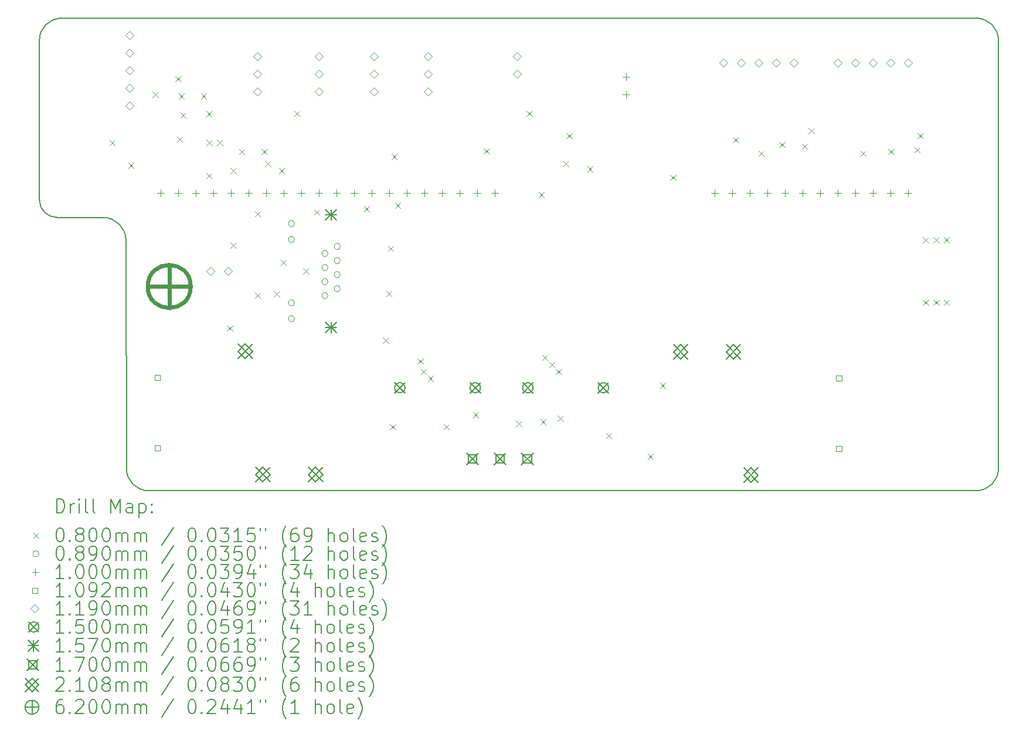
<source format=gbr>
%FSLAX45Y45*%
G04 Gerber Fmt 4.5, Leading zero omitted, Abs format (unit mm)*
G04 Created by KiCad (PCBNEW 5.99.0-unknown-47cb7f53fd~143~ubuntu20.04.1) date 2021-11-23 21:25:01*
%MOMM*%
%LPD*%
G01*
G04 APERTURE LIST*
%TA.AperFunction,Profile*%
%ADD10C,0.150000*%
%TD*%
%ADD11C,0.200000*%
%ADD12C,0.080000*%
%ADD13C,0.089000*%
%ADD14C,0.100000*%
%ADD15C,0.109220*%
%ADD16C,0.119000*%
%ADD17C,0.150000*%
%ADD18C,0.157000*%
%ADD19C,0.170000*%
%ADD20C,0.210820*%
%ADD21C,0.620000*%
G04 APERTURE END LIST*
D10*
X7900000Y-7067500D02*
X7900494Y-9375000D01*
X21750000Y-13249506D02*
X21750000Y-7067500D01*
X21432500Y-6750000D02*
X8217500Y-6750000D01*
X9474506Y-13567500D02*
X21432500Y-13567006D01*
X9150000Y-9950000D02*
G75*
G03*
X8825494Y-9625000I-331737J-6726D01*
G01*
X8825494Y-9625000D02*
X8150494Y-9625000D01*
X9157006Y-13250000D02*
G75*
G03*
X9474506Y-13567500I317500J0D01*
G01*
X8217500Y-6750000D02*
G75*
G03*
X7900000Y-7067500I0J-317500D01*
G01*
X9157006Y-13250000D02*
X9150000Y-9950000D01*
X21432500Y-13567006D02*
G75*
G03*
X21750000Y-13249506I0J317500D01*
G01*
X21750000Y-7067500D02*
G75*
G03*
X21432500Y-6750000I-317500J0D01*
G01*
X7900494Y-9375000D02*
G75*
G03*
X8150494Y-9625000I250000J0D01*
G01*
D11*
D12*
X8910000Y-8510000D02*
X8990000Y-8590000D01*
X8990000Y-8510000D02*
X8910000Y-8590000D01*
X9185000Y-8835000D02*
X9265000Y-8915000D01*
X9265000Y-8835000D02*
X9185000Y-8915000D01*
X9535000Y-7810000D02*
X9615000Y-7890000D01*
X9615000Y-7810000D02*
X9535000Y-7890000D01*
X9865000Y-7586875D02*
X9945000Y-7666875D01*
X9945000Y-7586875D02*
X9865000Y-7666875D01*
X9885000Y-8460000D02*
X9965000Y-8540000D01*
X9965000Y-8460000D02*
X9885000Y-8540000D01*
X9910000Y-7835000D02*
X9990000Y-7915000D01*
X9990000Y-7835000D02*
X9910000Y-7915000D01*
X9935000Y-8110000D02*
X10015000Y-8190000D01*
X10015000Y-8110000D02*
X9935000Y-8190000D01*
X10235000Y-7835000D02*
X10315000Y-7915000D01*
X10315000Y-7835000D02*
X10235000Y-7915000D01*
X10310000Y-8089950D02*
X10390000Y-8169950D01*
X10390000Y-8089950D02*
X10310000Y-8169950D01*
X10310000Y-8985000D02*
X10390000Y-9065000D01*
X10390000Y-8985000D02*
X10310000Y-9065000D01*
X10315000Y-8505000D02*
X10395000Y-8585000D01*
X10395000Y-8505000D02*
X10315000Y-8585000D01*
X10465000Y-8505000D02*
X10545000Y-8585000D01*
X10545000Y-8505000D02*
X10465000Y-8585000D01*
X10610000Y-11185000D02*
X10690000Y-11265000D01*
X10690000Y-11185000D02*
X10610000Y-11265000D01*
X10660000Y-8910000D02*
X10740000Y-8990000D01*
X10740000Y-8910000D02*
X10660000Y-8990000D01*
X10660000Y-9985000D02*
X10740000Y-10065000D01*
X10740000Y-9985000D02*
X10660000Y-10065000D01*
X10785000Y-8635000D02*
X10865000Y-8715000D01*
X10865000Y-8635000D02*
X10785000Y-8715000D01*
X11010000Y-9535000D02*
X11090000Y-9615000D01*
X11090000Y-9535000D02*
X11010000Y-9615000D01*
X11010000Y-10710000D02*
X11090000Y-10790000D01*
X11090000Y-10710000D02*
X11010000Y-10790000D01*
X11110000Y-8635000D02*
X11190000Y-8715000D01*
X11190000Y-8635000D02*
X11110000Y-8715000D01*
X11160000Y-8810000D02*
X11240000Y-8890000D01*
X11240000Y-8810000D02*
X11160000Y-8890000D01*
X11285000Y-10689950D02*
X11365000Y-10769950D01*
X11365000Y-10689950D02*
X11285000Y-10769950D01*
X11360000Y-8910000D02*
X11440000Y-8990000D01*
X11440000Y-8910000D02*
X11360000Y-8990000D01*
X11385000Y-10235000D02*
X11465000Y-10315000D01*
X11465000Y-10235000D02*
X11385000Y-10315000D01*
X11580500Y-8088000D02*
X11660500Y-8168000D01*
X11660500Y-8088000D02*
X11580500Y-8168000D01*
X11710000Y-10360000D02*
X11790000Y-10440000D01*
X11790000Y-10360000D02*
X11710000Y-10440000D01*
X11864950Y-9510000D02*
X11944950Y-9590000D01*
X11944950Y-9510000D02*
X11864950Y-9590000D01*
X12585000Y-9460000D02*
X12665000Y-9540000D01*
X12665000Y-9460000D02*
X12585000Y-9540000D01*
X12860000Y-11360000D02*
X12940000Y-11440000D01*
X12940000Y-11360000D02*
X12860000Y-11440000D01*
X12910000Y-10685000D02*
X12990000Y-10765000D01*
X12990000Y-10685000D02*
X12910000Y-10765000D01*
X12935000Y-10035000D02*
X13015000Y-10115000D01*
X13015000Y-10035000D02*
X12935000Y-10115000D01*
X12962970Y-12605050D02*
X13042970Y-12685050D01*
X13042970Y-12605050D02*
X12962970Y-12685050D01*
X12985000Y-8710000D02*
X13065000Y-8790000D01*
X13065000Y-8710000D02*
X12985000Y-8790000D01*
X13035000Y-9410000D02*
X13115000Y-9490000D01*
X13115000Y-9410000D02*
X13035000Y-9490000D01*
X13360000Y-11660000D02*
X13440000Y-11740000D01*
X13440000Y-11660000D02*
X13360000Y-11740000D01*
X13410000Y-11810000D02*
X13490000Y-11890000D01*
X13490000Y-11810000D02*
X13410000Y-11890000D01*
X13510000Y-11910000D02*
X13590000Y-11990000D01*
X13590000Y-11910000D02*
X13510000Y-11990000D01*
X13739915Y-12605050D02*
X13819915Y-12685050D01*
X13819915Y-12605050D02*
X13739915Y-12685050D01*
X14160000Y-12435000D02*
X14240000Y-12515000D01*
X14240000Y-12435000D02*
X14160000Y-12515000D01*
X14319000Y-8626000D02*
X14399000Y-8706000D01*
X14399000Y-8626000D02*
X14319000Y-8706000D01*
X14785000Y-12560000D02*
X14865000Y-12640000D01*
X14865000Y-12560000D02*
X14785000Y-12640000D01*
X14935000Y-8085000D02*
X15015000Y-8165000D01*
X15015000Y-8085000D02*
X14935000Y-8165000D01*
X15110000Y-9260000D02*
X15190000Y-9340000D01*
X15190000Y-9260000D02*
X15110000Y-9340000D01*
X15135000Y-12535000D02*
X15215000Y-12615000D01*
X15215000Y-12535000D02*
X15135000Y-12615000D01*
X15160000Y-11610000D02*
X15240000Y-11690000D01*
X15240000Y-11610000D02*
X15160000Y-11690000D01*
X15260000Y-11710000D02*
X15340000Y-11790000D01*
X15340000Y-11710000D02*
X15260000Y-11790000D01*
X15360000Y-11810000D02*
X15440000Y-11890000D01*
X15440000Y-11810000D02*
X15360000Y-11890000D01*
X15385000Y-12485000D02*
X15465000Y-12565000D01*
X15465000Y-12485000D02*
X15385000Y-12565000D01*
X15460000Y-8810000D02*
X15540000Y-8890000D01*
X15540000Y-8810000D02*
X15460000Y-8890000D01*
X15510000Y-8410000D02*
X15590000Y-8490000D01*
X15590000Y-8410000D02*
X15510000Y-8490000D01*
X15810000Y-8885000D02*
X15890000Y-8965000D01*
X15890000Y-8885000D02*
X15810000Y-8965000D01*
X16085000Y-12735000D02*
X16165000Y-12815000D01*
X16165000Y-12735000D02*
X16085000Y-12815000D01*
X16685000Y-13035000D02*
X16765000Y-13115000D01*
X16765000Y-13035000D02*
X16685000Y-13115000D01*
X16860000Y-12010000D02*
X16940000Y-12090000D01*
X16940000Y-12010000D02*
X16860000Y-12090000D01*
X17010000Y-9010000D02*
X17090000Y-9090000D01*
X17090000Y-9010000D02*
X17010000Y-9090000D01*
X17917800Y-8469000D02*
X17997800Y-8549000D01*
X17997800Y-8469000D02*
X17917800Y-8549000D01*
X18285000Y-8660000D02*
X18365000Y-8740000D01*
X18365000Y-8660000D02*
X18285000Y-8740000D01*
X18585000Y-8535000D02*
X18665000Y-8615000D01*
X18665000Y-8535000D02*
X18585000Y-8615000D01*
X18910000Y-8560000D02*
X18990000Y-8640000D01*
X18990000Y-8560000D02*
X18910000Y-8640000D01*
X19010000Y-8335000D02*
X19090000Y-8415000D01*
X19090000Y-8335000D02*
X19010000Y-8415000D01*
X19760000Y-8660000D02*
X19840000Y-8740000D01*
X19840000Y-8660000D02*
X19760000Y-8740000D01*
X20160000Y-8635000D02*
X20240000Y-8715000D01*
X20240000Y-8635000D02*
X20160000Y-8715000D01*
X20535000Y-8610000D02*
X20615000Y-8690000D01*
X20615000Y-8610000D02*
X20535000Y-8690000D01*
X20585000Y-8410000D02*
X20665000Y-8490000D01*
X20665000Y-8410000D02*
X20585000Y-8490000D01*
X20660000Y-9910000D02*
X20740000Y-9990000D01*
X20740000Y-9910000D02*
X20660000Y-9990000D01*
X20660000Y-10810000D02*
X20740000Y-10890000D01*
X20740000Y-10810000D02*
X20660000Y-10890000D01*
X20810000Y-9910000D02*
X20890000Y-9990000D01*
X20890000Y-9910000D02*
X20810000Y-9990000D01*
X20810000Y-10810000D02*
X20890000Y-10890000D01*
X20890000Y-10810000D02*
X20810000Y-10890000D01*
X20960000Y-9910000D02*
X21040000Y-9990000D01*
X21040000Y-9910000D02*
X20960000Y-9990000D01*
X20960000Y-10810000D02*
X21040000Y-10890000D01*
X21040000Y-10810000D02*
X20960000Y-10890000D01*
D13*
X11584500Y-9713600D02*
G75*
G03*
X11584500Y-9713600I-44500J0D01*
G01*
X11584500Y-9942600D02*
G75*
G03*
X11584500Y-9942600I-44500J0D01*
G01*
X11584500Y-10856600D02*
G75*
G03*
X11584500Y-10856600I-44500J0D01*
G01*
X11584500Y-11085600D02*
G75*
G03*
X11584500Y-11085600I-44500J0D01*
G01*
X12066500Y-10145200D02*
G75*
G03*
X12066500Y-10145200I-44500J0D01*
G01*
X12066500Y-10348400D02*
G75*
G03*
X12066500Y-10348400I-44500J0D01*
G01*
X12066500Y-10551600D02*
G75*
G03*
X12066500Y-10551600I-44500J0D01*
G01*
X12066500Y-10754800D02*
G75*
G03*
X12066500Y-10754800I-44500J0D01*
G01*
X12244500Y-10043600D02*
G75*
G03*
X12244500Y-10043600I-44500J0D01*
G01*
X12244500Y-10246800D02*
G75*
G03*
X12244500Y-10246800I-44500J0D01*
G01*
X12244500Y-10450000D02*
G75*
G03*
X12244500Y-10450000I-44500J0D01*
G01*
X12244500Y-10653200D02*
G75*
G03*
X12244500Y-10653200I-44500J0D01*
G01*
D14*
X9652000Y-9221000D02*
X9652000Y-9321000D01*
X9602000Y-9271000D02*
X9702000Y-9271000D01*
X9906000Y-9221000D02*
X9906000Y-9321000D01*
X9856000Y-9271000D02*
X9956000Y-9271000D01*
X10160000Y-9221000D02*
X10160000Y-9321000D01*
X10110000Y-9271000D02*
X10210000Y-9271000D01*
X10414000Y-9221000D02*
X10414000Y-9321000D01*
X10364000Y-9271000D02*
X10464000Y-9271000D01*
X10668000Y-9221000D02*
X10668000Y-9321000D01*
X10618000Y-9271000D02*
X10718000Y-9271000D01*
X10922000Y-9221000D02*
X10922000Y-9321000D01*
X10872000Y-9271000D02*
X10972000Y-9271000D01*
X11176000Y-9221000D02*
X11176000Y-9321000D01*
X11126000Y-9271000D02*
X11226000Y-9271000D01*
X11430000Y-9221000D02*
X11430000Y-9321000D01*
X11380000Y-9271000D02*
X11480000Y-9271000D01*
X11684000Y-9221000D02*
X11684000Y-9321000D01*
X11634000Y-9271000D02*
X11734000Y-9271000D01*
X11938000Y-9221000D02*
X11938000Y-9321000D01*
X11888000Y-9271000D02*
X11988000Y-9271000D01*
X12192000Y-9221000D02*
X12192000Y-9321000D01*
X12142000Y-9271000D02*
X12242000Y-9271000D01*
X12446000Y-9221000D02*
X12446000Y-9321000D01*
X12396000Y-9271000D02*
X12496000Y-9271000D01*
X12700000Y-9221000D02*
X12700000Y-9321000D01*
X12650000Y-9271000D02*
X12750000Y-9271000D01*
X12954000Y-9221000D02*
X12954000Y-9321000D01*
X12904000Y-9271000D02*
X13004000Y-9271000D01*
X13208000Y-9221000D02*
X13208000Y-9321000D01*
X13158000Y-9271000D02*
X13258000Y-9271000D01*
X13462000Y-9221000D02*
X13462000Y-9321000D01*
X13412000Y-9271000D02*
X13512000Y-9271000D01*
X13716000Y-9221000D02*
X13716000Y-9321000D01*
X13666000Y-9271000D02*
X13766000Y-9271000D01*
X13970000Y-9221000D02*
X13970000Y-9321000D01*
X13920000Y-9271000D02*
X14020000Y-9271000D01*
X14224000Y-9221000D02*
X14224000Y-9321000D01*
X14174000Y-9271000D02*
X14274000Y-9271000D01*
X14478000Y-9221000D02*
X14478000Y-9321000D01*
X14428000Y-9271000D02*
X14528000Y-9271000D01*
X16375000Y-7550000D02*
X16375000Y-7650000D01*
X16325000Y-7600000D02*
X16425000Y-7600000D01*
X16375000Y-7804000D02*
X16375000Y-7904000D01*
X16325000Y-7854000D02*
X16425000Y-7854000D01*
X17653000Y-9221000D02*
X17653000Y-9321000D01*
X17603000Y-9271000D02*
X17703000Y-9271000D01*
X17907000Y-9221000D02*
X17907000Y-9321000D01*
X17857000Y-9271000D02*
X17957000Y-9271000D01*
X18161000Y-9221000D02*
X18161000Y-9321000D01*
X18111000Y-9271000D02*
X18211000Y-9271000D01*
X18415000Y-9221000D02*
X18415000Y-9321000D01*
X18365000Y-9271000D02*
X18465000Y-9271000D01*
X18669000Y-9221000D02*
X18669000Y-9321000D01*
X18619000Y-9271000D02*
X18719000Y-9271000D01*
X18923000Y-9221000D02*
X18923000Y-9321000D01*
X18873000Y-9271000D02*
X18973000Y-9271000D01*
X19177000Y-9221000D02*
X19177000Y-9321000D01*
X19127000Y-9271000D02*
X19227000Y-9271000D01*
X19431000Y-9221000D02*
X19431000Y-9321000D01*
X19381000Y-9271000D02*
X19481000Y-9271000D01*
X19685000Y-9221000D02*
X19685000Y-9321000D01*
X19635000Y-9271000D02*
X19735000Y-9271000D01*
X19939000Y-9221000D02*
X19939000Y-9321000D01*
X19889000Y-9271000D02*
X19989000Y-9271000D01*
X20193000Y-9221000D02*
X20193000Y-9321000D01*
X20143000Y-9271000D02*
X20243000Y-9271000D01*
X20447000Y-9221000D02*
X20447000Y-9321000D01*
X20397000Y-9271000D02*
X20497000Y-9271000D01*
D15*
X9642136Y-11977265D02*
X9642136Y-11900034D01*
X9564905Y-11900034D01*
X9564905Y-11977265D01*
X9642136Y-11977265D01*
X9642136Y-12993265D02*
X9642136Y-12916034D01*
X9564905Y-12916034D01*
X9564905Y-12993265D01*
X9642136Y-12993265D01*
X19485096Y-11983965D02*
X19485096Y-11906734D01*
X19407865Y-11906734D01*
X19407865Y-11983965D01*
X19485096Y-11983965D01*
X19485096Y-12999965D02*
X19485096Y-12922734D01*
X19407865Y-12922734D01*
X19407865Y-12999965D01*
X19485096Y-12999965D01*
D16*
X9202000Y-7051500D02*
X9261500Y-6992000D01*
X9202000Y-6932500D01*
X9142500Y-6992000D01*
X9202000Y-7051500D01*
X9202000Y-7305500D02*
X9261500Y-7246000D01*
X9202000Y-7186500D01*
X9142500Y-7246000D01*
X9202000Y-7305500D01*
X9202000Y-7559500D02*
X9261500Y-7500000D01*
X9202000Y-7440500D01*
X9142500Y-7500000D01*
X9202000Y-7559500D01*
X9202000Y-7813500D02*
X9261500Y-7754000D01*
X9202000Y-7694500D01*
X9142500Y-7754000D01*
X9202000Y-7813500D01*
X9202000Y-8067500D02*
X9261500Y-8008000D01*
X9202000Y-7948500D01*
X9142500Y-8008000D01*
X9202000Y-8067500D01*
X10373000Y-10459500D02*
X10432500Y-10400000D01*
X10373000Y-10340500D01*
X10313500Y-10400000D01*
X10373000Y-10459500D01*
X10627000Y-10459500D02*
X10686500Y-10400000D01*
X10627000Y-10340500D01*
X10567500Y-10400000D01*
X10627000Y-10459500D01*
X11049000Y-7362000D02*
X11108500Y-7302500D01*
X11049000Y-7243000D01*
X10989500Y-7302500D01*
X11049000Y-7362000D01*
X11049000Y-7616000D02*
X11108500Y-7556500D01*
X11049000Y-7497000D01*
X10989500Y-7556500D01*
X11049000Y-7616000D01*
X11049000Y-7870000D02*
X11108500Y-7810500D01*
X11049000Y-7751000D01*
X10989500Y-7810500D01*
X11049000Y-7870000D01*
X11938000Y-7362000D02*
X11997500Y-7302500D01*
X11938000Y-7243000D01*
X11878500Y-7302500D01*
X11938000Y-7362000D01*
X11938000Y-7616000D02*
X11997500Y-7556500D01*
X11938000Y-7497000D01*
X11878500Y-7556500D01*
X11938000Y-7616000D01*
X11938000Y-7870000D02*
X11997500Y-7810500D01*
X11938000Y-7751000D01*
X11878500Y-7810500D01*
X11938000Y-7870000D01*
X12734000Y-7362000D02*
X12793500Y-7302500D01*
X12734000Y-7243000D01*
X12674500Y-7302500D01*
X12734000Y-7362000D01*
X12734000Y-7616000D02*
X12793500Y-7556500D01*
X12734000Y-7497000D01*
X12674500Y-7556500D01*
X12734000Y-7616000D01*
X12734000Y-7870000D02*
X12793500Y-7810500D01*
X12734000Y-7751000D01*
X12674500Y-7810500D01*
X12734000Y-7870000D01*
X13509000Y-7362000D02*
X13568500Y-7302500D01*
X13509000Y-7243000D01*
X13449500Y-7302500D01*
X13509000Y-7362000D01*
X13509000Y-7616000D02*
X13568500Y-7556500D01*
X13509000Y-7497000D01*
X13449500Y-7556500D01*
X13509000Y-7616000D01*
X13509000Y-7870000D02*
X13568500Y-7810500D01*
X13509000Y-7751000D01*
X13449500Y-7810500D01*
X13509000Y-7870000D01*
X14798000Y-7359500D02*
X14857500Y-7300000D01*
X14798000Y-7240500D01*
X14738500Y-7300000D01*
X14798000Y-7359500D01*
X14798000Y-7613500D02*
X14857500Y-7554000D01*
X14798000Y-7494500D01*
X14738500Y-7554000D01*
X14798000Y-7613500D01*
X17780000Y-7450900D02*
X17839500Y-7391400D01*
X17780000Y-7331900D01*
X17720500Y-7391400D01*
X17780000Y-7450900D01*
X18034000Y-7450900D02*
X18093500Y-7391400D01*
X18034000Y-7331900D01*
X17974500Y-7391400D01*
X18034000Y-7450900D01*
X18288000Y-7450900D02*
X18347500Y-7391400D01*
X18288000Y-7331900D01*
X18228500Y-7391400D01*
X18288000Y-7450900D01*
X18542000Y-7450900D02*
X18601500Y-7391400D01*
X18542000Y-7331900D01*
X18482500Y-7391400D01*
X18542000Y-7450900D01*
X18796000Y-7450900D02*
X18855500Y-7391400D01*
X18796000Y-7331900D01*
X18736500Y-7391400D01*
X18796000Y-7450900D01*
X19431000Y-7450900D02*
X19490500Y-7391400D01*
X19431000Y-7331900D01*
X19371500Y-7391400D01*
X19431000Y-7450900D01*
X19685000Y-7450900D02*
X19744500Y-7391400D01*
X19685000Y-7331900D01*
X19625500Y-7391400D01*
X19685000Y-7450900D01*
X19939000Y-7450900D02*
X19998500Y-7391400D01*
X19939000Y-7331900D01*
X19879500Y-7391400D01*
X19939000Y-7450900D01*
X20193000Y-7450900D02*
X20252500Y-7391400D01*
X20193000Y-7331900D01*
X20133500Y-7391400D01*
X20193000Y-7450900D01*
X20447000Y-7450900D02*
X20506500Y-7391400D01*
X20447000Y-7331900D01*
X20387500Y-7391400D01*
X20447000Y-7450900D01*
D17*
X13030000Y-12007000D02*
X13180000Y-12157000D01*
X13180000Y-12007000D02*
X13030000Y-12157000D01*
X13180000Y-12082000D02*
G75*
G03*
X13180000Y-12082000I-75000J0D01*
G01*
X14120000Y-12007000D02*
X14270000Y-12157000D01*
X14270000Y-12007000D02*
X14120000Y-12157000D01*
X14270000Y-12082000D02*
G75*
G03*
X14270000Y-12082000I-75000J0D01*
G01*
X14880000Y-12007000D02*
X15030000Y-12157000D01*
X15030000Y-12007000D02*
X14880000Y-12157000D01*
X15030000Y-12082000D02*
G75*
G03*
X15030000Y-12082000I-75000J0D01*
G01*
X15970000Y-12007000D02*
X16120000Y-12157000D01*
X16120000Y-12007000D02*
X15970000Y-12157000D01*
X16120000Y-12082000D02*
G75*
G03*
X16120000Y-12082000I-75000J0D01*
G01*
D18*
X12032500Y-9508100D02*
X12189500Y-9665100D01*
X12189500Y-9508100D02*
X12032500Y-9665100D01*
X12111000Y-9508100D02*
X12111000Y-9665100D01*
X12032500Y-9586600D02*
X12189500Y-9586600D01*
X12032500Y-11134100D02*
X12189500Y-11291100D01*
X12189500Y-11134100D02*
X12032500Y-11291100D01*
X12111000Y-11134100D02*
X12111000Y-11291100D01*
X12032500Y-11212600D02*
X12189500Y-11212600D01*
D19*
X14069000Y-13025500D02*
X14239000Y-13195500D01*
X14239000Y-13025500D02*
X14069000Y-13195500D01*
X14214105Y-13170605D02*
X14214105Y-13050395D01*
X14093895Y-13050395D01*
X14093895Y-13170605D01*
X14214105Y-13170605D01*
X14465000Y-13025500D02*
X14635000Y-13195500D01*
X14635000Y-13025500D02*
X14465000Y-13195500D01*
X14610105Y-13170605D02*
X14610105Y-13050395D01*
X14489895Y-13050395D01*
X14489895Y-13170605D01*
X14610105Y-13170605D01*
X14861000Y-13025500D02*
X15031000Y-13195500D01*
X15031000Y-13025500D02*
X14861000Y-13195500D01*
X15006105Y-13170605D02*
X15006105Y-13050395D01*
X14885895Y-13050395D01*
X14885895Y-13170605D01*
X15006105Y-13170605D01*
D20*
X10768110Y-11452240D02*
X10978930Y-11663060D01*
X10978930Y-11452240D02*
X10768110Y-11663060D01*
X10873520Y-11663060D02*
X10978930Y-11557650D01*
X10873520Y-11452240D01*
X10768110Y-11557650D01*
X10873520Y-11663060D01*
X11022110Y-13230240D02*
X11232930Y-13441060D01*
X11232930Y-13230240D02*
X11022110Y-13441060D01*
X11127520Y-13441060D02*
X11232930Y-13335650D01*
X11127520Y-13230240D01*
X11022110Y-13335650D01*
X11127520Y-13441060D01*
X11784110Y-13230240D02*
X11994930Y-13441060D01*
X11994930Y-13230240D02*
X11784110Y-13441060D01*
X11889520Y-13441060D02*
X11994930Y-13335650D01*
X11889520Y-13230240D01*
X11784110Y-13335650D01*
X11889520Y-13441060D01*
X17055070Y-11458940D02*
X17265890Y-11669760D01*
X17265890Y-11458940D02*
X17055070Y-11669760D01*
X17160480Y-11669760D02*
X17265890Y-11564350D01*
X17160480Y-11458940D01*
X17055070Y-11564350D01*
X17160480Y-11669760D01*
X17817070Y-11458940D02*
X18027890Y-11669760D01*
X18027890Y-11458940D02*
X17817070Y-11669760D01*
X17922480Y-11669760D02*
X18027890Y-11564350D01*
X17922480Y-11458940D01*
X17817070Y-11564350D01*
X17922480Y-11669760D01*
X18071070Y-13236940D02*
X18281890Y-13447760D01*
X18281890Y-13236940D02*
X18071070Y-13447760D01*
X18176480Y-13447760D02*
X18281890Y-13342350D01*
X18176480Y-13236940D01*
X18071070Y-13342350D01*
X18176480Y-13447760D01*
D21*
X9775000Y-10311000D02*
X9775000Y-10931000D01*
X9465000Y-10621000D02*
X10085000Y-10621000D01*
X10085000Y-10621000D02*
G75*
G03*
X10085000Y-10621000I-310000J0D01*
G01*
D11*
X8150119Y-13885476D02*
X8150119Y-13685476D01*
X8197738Y-13685476D01*
X8226309Y-13695000D01*
X8245357Y-13714048D01*
X8254881Y-13733095D01*
X8264405Y-13771190D01*
X8264405Y-13799762D01*
X8254881Y-13837857D01*
X8245357Y-13856905D01*
X8226309Y-13875952D01*
X8197738Y-13885476D01*
X8150119Y-13885476D01*
X8350119Y-13885476D02*
X8350119Y-13752143D01*
X8350119Y-13790238D02*
X8359643Y-13771190D01*
X8369167Y-13761667D01*
X8388214Y-13752143D01*
X8407262Y-13752143D01*
X8473929Y-13885476D02*
X8473929Y-13752143D01*
X8473929Y-13685476D02*
X8464405Y-13695000D01*
X8473929Y-13704524D01*
X8483452Y-13695000D01*
X8473929Y-13685476D01*
X8473929Y-13704524D01*
X8597738Y-13885476D02*
X8578690Y-13875952D01*
X8569167Y-13856905D01*
X8569167Y-13685476D01*
X8702500Y-13885476D02*
X8683452Y-13875952D01*
X8673929Y-13856905D01*
X8673929Y-13685476D01*
X8931071Y-13885476D02*
X8931071Y-13685476D01*
X8997738Y-13828333D01*
X9064405Y-13685476D01*
X9064405Y-13885476D01*
X9245357Y-13885476D02*
X9245357Y-13780714D01*
X9235833Y-13761667D01*
X9216786Y-13752143D01*
X9178690Y-13752143D01*
X9159643Y-13761667D01*
X9245357Y-13875952D02*
X9226310Y-13885476D01*
X9178690Y-13885476D01*
X9159643Y-13875952D01*
X9150119Y-13856905D01*
X9150119Y-13837857D01*
X9159643Y-13818809D01*
X9178690Y-13809286D01*
X9226310Y-13809286D01*
X9245357Y-13799762D01*
X9340595Y-13752143D02*
X9340595Y-13952143D01*
X9340595Y-13761667D02*
X9359643Y-13752143D01*
X9397738Y-13752143D01*
X9416786Y-13761667D01*
X9426310Y-13771190D01*
X9435833Y-13790238D01*
X9435833Y-13847381D01*
X9426310Y-13866428D01*
X9416786Y-13875952D01*
X9397738Y-13885476D01*
X9359643Y-13885476D01*
X9340595Y-13875952D01*
X9521548Y-13866428D02*
X9531071Y-13875952D01*
X9521548Y-13885476D01*
X9512024Y-13875952D01*
X9521548Y-13866428D01*
X9521548Y-13885476D01*
X9521548Y-13761667D02*
X9531071Y-13771190D01*
X9521548Y-13780714D01*
X9512024Y-13771190D01*
X9521548Y-13761667D01*
X9521548Y-13780714D01*
D12*
X7812500Y-14175000D02*
X7892500Y-14255000D01*
X7892500Y-14175000D02*
X7812500Y-14255000D01*
D11*
X8188214Y-14105476D02*
X8207262Y-14105476D01*
X8226309Y-14115000D01*
X8235833Y-14124524D01*
X8245357Y-14143571D01*
X8254881Y-14181667D01*
X8254881Y-14229286D01*
X8245357Y-14267381D01*
X8235833Y-14286428D01*
X8226309Y-14295952D01*
X8207262Y-14305476D01*
X8188214Y-14305476D01*
X8169167Y-14295952D01*
X8159643Y-14286428D01*
X8150119Y-14267381D01*
X8140595Y-14229286D01*
X8140595Y-14181667D01*
X8150119Y-14143571D01*
X8159643Y-14124524D01*
X8169167Y-14115000D01*
X8188214Y-14105476D01*
X8340595Y-14286428D02*
X8350119Y-14295952D01*
X8340595Y-14305476D01*
X8331071Y-14295952D01*
X8340595Y-14286428D01*
X8340595Y-14305476D01*
X8464405Y-14191190D02*
X8445357Y-14181667D01*
X8435833Y-14172143D01*
X8426310Y-14153095D01*
X8426310Y-14143571D01*
X8435833Y-14124524D01*
X8445357Y-14115000D01*
X8464405Y-14105476D01*
X8502500Y-14105476D01*
X8521548Y-14115000D01*
X8531071Y-14124524D01*
X8540595Y-14143571D01*
X8540595Y-14153095D01*
X8531071Y-14172143D01*
X8521548Y-14181667D01*
X8502500Y-14191190D01*
X8464405Y-14191190D01*
X8445357Y-14200714D01*
X8435833Y-14210238D01*
X8426310Y-14229286D01*
X8426310Y-14267381D01*
X8435833Y-14286428D01*
X8445357Y-14295952D01*
X8464405Y-14305476D01*
X8502500Y-14305476D01*
X8521548Y-14295952D01*
X8531071Y-14286428D01*
X8540595Y-14267381D01*
X8540595Y-14229286D01*
X8531071Y-14210238D01*
X8521548Y-14200714D01*
X8502500Y-14191190D01*
X8664405Y-14105476D02*
X8683452Y-14105476D01*
X8702500Y-14115000D01*
X8712024Y-14124524D01*
X8721548Y-14143571D01*
X8731071Y-14181667D01*
X8731071Y-14229286D01*
X8721548Y-14267381D01*
X8712024Y-14286428D01*
X8702500Y-14295952D01*
X8683452Y-14305476D01*
X8664405Y-14305476D01*
X8645357Y-14295952D01*
X8635833Y-14286428D01*
X8626310Y-14267381D01*
X8616786Y-14229286D01*
X8616786Y-14181667D01*
X8626310Y-14143571D01*
X8635833Y-14124524D01*
X8645357Y-14115000D01*
X8664405Y-14105476D01*
X8854881Y-14105476D02*
X8873929Y-14105476D01*
X8892976Y-14115000D01*
X8902500Y-14124524D01*
X8912024Y-14143571D01*
X8921548Y-14181667D01*
X8921548Y-14229286D01*
X8912024Y-14267381D01*
X8902500Y-14286428D01*
X8892976Y-14295952D01*
X8873929Y-14305476D01*
X8854881Y-14305476D01*
X8835833Y-14295952D01*
X8826310Y-14286428D01*
X8816786Y-14267381D01*
X8807262Y-14229286D01*
X8807262Y-14181667D01*
X8816786Y-14143571D01*
X8826310Y-14124524D01*
X8835833Y-14115000D01*
X8854881Y-14105476D01*
X9007262Y-14305476D02*
X9007262Y-14172143D01*
X9007262Y-14191190D02*
X9016786Y-14181667D01*
X9035833Y-14172143D01*
X9064405Y-14172143D01*
X9083452Y-14181667D01*
X9092976Y-14200714D01*
X9092976Y-14305476D01*
X9092976Y-14200714D02*
X9102500Y-14181667D01*
X9121548Y-14172143D01*
X9150119Y-14172143D01*
X9169167Y-14181667D01*
X9178690Y-14200714D01*
X9178690Y-14305476D01*
X9273929Y-14305476D02*
X9273929Y-14172143D01*
X9273929Y-14191190D02*
X9283452Y-14181667D01*
X9302500Y-14172143D01*
X9331071Y-14172143D01*
X9350119Y-14181667D01*
X9359643Y-14200714D01*
X9359643Y-14305476D01*
X9359643Y-14200714D02*
X9369167Y-14181667D01*
X9388214Y-14172143D01*
X9416786Y-14172143D01*
X9435833Y-14181667D01*
X9445357Y-14200714D01*
X9445357Y-14305476D01*
X9835833Y-14095952D02*
X9664405Y-14353095D01*
X10092976Y-14105476D02*
X10112024Y-14105476D01*
X10131071Y-14115000D01*
X10140595Y-14124524D01*
X10150119Y-14143571D01*
X10159643Y-14181667D01*
X10159643Y-14229286D01*
X10150119Y-14267381D01*
X10140595Y-14286428D01*
X10131071Y-14295952D01*
X10112024Y-14305476D01*
X10092976Y-14305476D01*
X10073929Y-14295952D01*
X10064405Y-14286428D01*
X10054881Y-14267381D01*
X10045357Y-14229286D01*
X10045357Y-14181667D01*
X10054881Y-14143571D01*
X10064405Y-14124524D01*
X10073929Y-14115000D01*
X10092976Y-14105476D01*
X10245357Y-14286428D02*
X10254881Y-14295952D01*
X10245357Y-14305476D01*
X10235833Y-14295952D01*
X10245357Y-14286428D01*
X10245357Y-14305476D01*
X10378690Y-14105476D02*
X10397738Y-14105476D01*
X10416786Y-14115000D01*
X10426310Y-14124524D01*
X10435833Y-14143571D01*
X10445357Y-14181667D01*
X10445357Y-14229286D01*
X10435833Y-14267381D01*
X10426310Y-14286428D01*
X10416786Y-14295952D01*
X10397738Y-14305476D01*
X10378690Y-14305476D01*
X10359643Y-14295952D01*
X10350119Y-14286428D01*
X10340595Y-14267381D01*
X10331071Y-14229286D01*
X10331071Y-14181667D01*
X10340595Y-14143571D01*
X10350119Y-14124524D01*
X10359643Y-14115000D01*
X10378690Y-14105476D01*
X10512024Y-14105476D02*
X10635833Y-14105476D01*
X10569167Y-14181667D01*
X10597738Y-14181667D01*
X10616786Y-14191190D01*
X10626310Y-14200714D01*
X10635833Y-14219762D01*
X10635833Y-14267381D01*
X10626310Y-14286428D01*
X10616786Y-14295952D01*
X10597738Y-14305476D01*
X10540595Y-14305476D01*
X10521548Y-14295952D01*
X10512024Y-14286428D01*
X10826310Y-14305476D02*
X10712024Y-14305476D01*
X10769167Y-14305476D02*
X10769167Y-14105476D01*
X10750119Y-14134048D01*
X10731071Y-14153095D01*
X10712024Y-14162619D01*
X11007262Y-14105476D02*
X10912024Y-14105476D01*
X10902500Y-14200714D01*
X10912024Y-14191190D01*
X10931071Y-14181667D01*
X10978690Y-14181667D01*
X10997738Y-14191190D01*
X11007262Y-14200714D01*
X11016786Y-14219762D01*
X11016786Y-14267381D01*
X11007262Y-14286428D01*
X10997738Y-14295952D01*
X10978690Y-14305476D01*
X10931071Y-14305476D01*
X10912024Y-14295952D01*
X10902500Y-14286428D01*
X11092976Y-14105476D02*
X11092976Y-14143571D01*
X11169167Y-14105476D02*
X11169167Y-14143571D01*
X11464405Y-14381667D02*
X11454881Y-14372143D01*
X11435833Y-14343571D01*
X11426309Y-14324524D01*
X11416786Y-14295952D01*
X11407262Y-14248333D01*
X11407262Y-14210238D01*
X11416786Y-14162619D01*
X11426309Y-14134048D01*
X11435833Y-14115000D01*
X11454881Y-14086428D01*
X11464405Y-14076905D01*
X11626309Y-14105476D02*
X11588214Y-14105476D01*
X11569167Y-14115000D01*
X11559643Y-14124524D01*
X11540595Y-14153095D01*
X11531071Y-14191190D01*
X11531071Y-14267381D01*
X11540595Y-14286428D01*
X11550119Y-14295952D01*
X11569167Y-14305476D01*
X11607262Y-14305476D01*
X11626309Y-14295952D01*
X11635833Y-14286428D01*
X11645357Y-14267381D01*
X11645357Y-14219762D01*
X11635833Y-14200714D01*
X11626309Y-14191190D01*
X11607262Y-14181667D01*
X11569167Y-14181667D01*
X11550119Y-14191190D01*
X11540595Y-14200714D01*
X11531071Y-14219762D01*
X11740595Y-14305476D02*
X11778690Y-14305476D01*
X11797738Y-14295952D01*
X11807262Y-14286428D01*
X11826309Y-14257857D01*
X11835833Y-14219762D01*
X11835833Y-14143571D01*
X11826309Y-14124524D01*
X11816786Y-14115000D01*
X11797738Y-14105476D01*
X11759643Y-14105476D01*
X11740595Y-14115000D01*
X11731071Y-14124524D01*
X11721548Y-14143571D01*
X11721548Y-14191190D01*
X11731071Y-14210238D01*
X11740595Y-14219762D01*
X11759643Y-14229286D01*
X11797738Y-14229286D01*
X11816786Y-14219762D01*
X11826309Y-14210238D01*
X11835833Y-14191190D01*
X12073928Y-14305476D02*
X12073928Y-14105476D01*
X12159643Y-14305476D02*
X12159643Y-14200714D01*
X12150119Y-14181667D01*
X12131071Y-14172143D01*
X12102500Y-14172143D01*
X12083452Y-14181667D01*
X12073928Y-14191190D01*
X12283452Y-14305476D02*
X12264405Y-14295952D01*
X12254881Y-14286428D01*
X12245357Y-14267381D01*
X12245357Y-14210238D01*
X12254881Y-14191190D01*
X12264405Y-14181667D01*
X12283452Y-14172143D01*
X12312024Y-14172143D01*
X12331071Y-14181667D01*
X12340595Y-14191190D01*
X12350119Y-14210238D01*
X12350119Y-14267381D01*
X12340595Y-14286428D01*
X12331071Y-14295952D01*
X12312024Y-14305476D01*
X12283452Y-14305476D01*
X12464405Y-14305476D02*
X12445357Y-14295952D01*
X12435833Y-14276905D01*
X12435833Y-14105476D01*
X12616786Y-14295952D02*
X12597738Y-14305476D01*
X12559643Y-14305476D01*
X12540595Y-14295952D01*
X12531071Y-14276905D01*
X12531071Y-14200714D01*
X12540595Y-14181667D01*
X12559643Y-14172143D01*
X12597738Y-14172143D01*
X12616786Y-14181667D01*
X12626309Y-14200714D01*
X12626309Y-14219762D01*
X12531071Y-14238809D01*
X12702500Y-14295952D02*
X12721548Y-14305476D01*
X12759643Y-14305476D01*
X12778690Y-14295952D01*
X12788214Y-14276905D01*
X12788214Y-14267381D01*
X12778690Y-14248333D01*
X12759643Y-14238809D01*
X12731071Y-14238809D01*
X12712024Y-14229286D01*
X12702500Y-14210238D01*
X12702500Y-14200714D01*
X12712024Y-14181667D01*
X12731071Y-14172143D01*
X12759643Y-14172143D01*
X12778690Y-14181667D01*
X12854881Y-14381667D02*
X12864405Y-14372143D01*
X12883452Y-14343571D01*
X12892976Y-14324524D01*
X12902500Y-14295952D01*
X12912024Y-14248333D01*
X12912024Y-14210238D01*
X12902500Y-14162619D01*
X12892976Y-14134048D01*
X12883452Y-14115000D01*
X12864405Y-14086428D01*
X12854881Y-14076905D01*
D13*
X7892500Y-14479000D02*
G75*
G03*
X7892500Y-14479000I-44500J0D01*
G01*
D11*
X8188214Y-14369476D02*
X8207262Y-14369476D01*
X8226309Y-14379000D01*
X8235833Y-14388524D01*
X8245357Y-14407571D01*
X8254881Y-14445667D01*
X8254881Y-14493286D01*
X8245357Y-14531381D01*
X8235833Y-14550428D01*
X8226309Y-14559952D01*
X8207262Y-14569476D01*
X8188214Y-14569476D01*
X8169167Y-14559952D01*
X8159643Y-14550428D01*
X8150119Y-14531381D01*
X8140595Y-14493286D01*
X8140595Y-14445667D01*
X8150119Y-14407571D01*
X8159643Y-14388524D01*
X8169167Y-14379000D01*
X8188214Y-14369476D01*
X8340595Y-14550428D02*
X8350119Y-14559952D01*
X8340595Y-14569476D01*
X8331071Y-14559952D01*
X8340595Y-14550428D01*
X8340595Y-14569476D01*
X8464405Y-14455190D02*
X8445357Y-14445667D01*
X8435833Y-14436143D01*
X8426310Y-14417095D01*
X8426310Y-14407571D01*
X8435833Y-14388524D01*
X8445357Y-14379000D01*
X8464405Y-14369476D01*
X8502500Y-14369476D01*
X8521548Y-14379000D01*
X8531071Y-14388524D01*
X8540595Y-14407571D01*
X8540595Y-14417095D01*
X8531071Y-14436143D01*
X8521548Y-14445667D01*
X8502500Y-14455190D01*
X8464405Y-14455190D01*
X8445357Y-14464714D01*
X8435833Y-14474238D01*
X8426310Y-14493286D01*
X8426310Y-14531381D01*
X8435833Y-14550428D01*
X8445357Y-14559952D01*
X8464405Y-14569476D01*
X8502500Y-14569476D01*
X8521548Y-14559952D01*
X8531071Y-14550428D01*
X8540595Y-14531381D01*
X8540595Y-14493286D01*
X8531071Y-14474238D01*
X8521548Y-14464714D01*
X8502500Y-14455190D01*
X8635833Y-14569476D02*
X8673929Y-14569476D01*
X8692976Y-14559952D01*
X8702500Y-14550428D01*
X8721548Y-14521857D01*
X8731071Y-14483762D01*
X8731071Y-14407571D01*
X8721548Y-14388524D01*
X8712024Y-14379000D01*
X8692976Y-14369476D01*
X8654881Y-14369476D01*
X8635833Y-14379000D01*
X8626310Y-14388524D01*
X8616786Y-14407571D01*
X8616786Y-14455190D01*
X8626310Y-14474238D01*
X8635833Y-14483762D01*
X8654881Y-14493286D01*
X8692976Y-14493286D01*
X8712024Y-14483762D01*
X8721548Y-14474238D01*
X8731071Y-14455190D01*
X8854881Y-14369476D02*
X8873929Y-14369476D01*
X8892976Y-14379000D01*
X8902500Y-14388524D01*
X8912024Y-14407571D01*
X8921548Y-14445667D01*
X8921548Y-14493286D01*
X8912024Y-14531381D01*
X8902500Y-14550428D01*
X8892976Y-14559952D01*
X8873929Y-14569476D01*
X8854881Y-14569476D01*
X8835833Y-14559952D01*
X8826310Y-14550428D01*
X8816786Y-14531381D01*
X8807262Y-14493286D01*
X8807262Y-14445667D01*
X8816786Y-14407571D01*
X8826310Y-14388524D01*
X8835833Y-14379000D01*
X8854881Y-14369476D01*
X9007262Y-14569476D02*
X9007262Y-14436143D01*
X9007262Y-14455190D02*
X9016786Y-14445667D01*
X9035833Y-14436143D01*
X9064405Y-14436143D01*
X9083452Y-14445667D01*
X9092976Y-14464714D01*
X9092976Y-14569476D01*
X9092976Y-14464714D02*
X9102500Y-14445667D01*
X9121548Y-14436143D01*
X9150119Y-14436143D01*
X9169167Y-14445667D01*
X9178690Y-14464714D01*
X9178690Y-14569476D01*
X9273929Y-14569476D02*
X9273929Y-14436143D01*
X9273929Y-14455190D02*
X9283452Y-14445667D01*
X9302500Y-14436143D01*
X9331071Y-14436143D01*
X9350119Y-14445667D01*
X9359643Y-14464714D01*
X9359643Y-14569476D01*
X9359643Y-14464714D02*
X9369167Y-14445667D01*
X9388214Y-14436143D01*
X9416786Y-14436143D01*
X9435833Y-14445667D01*
X9445357Y-14464714D01*
X9445357Y-14569476D01*
X9835833Y-14359952D02*
X9664405Y-14617095D01*
X10092976Y-14369476D02*
X10112024Y-14369476D01*
X10131071Y-14379000D01*
X10140595Y-14388524D01*
X10150119Y-14407571D01*
X10159643Y-14445667D01*
X10159643Y-14493286D01*
X10150119Y-14531381D01*
X10140595Y-14550428D01*
X10131071Y-14559952D01*
X10112024Y-14569476D01*
X10092976Y-14569476D01*
X10073929Y-14559952D01*
X10064405Y-14550428D01*
X10054881Y-14531381D01*
X10045357Y-14493286D01*
X10045357Y-14445667D01*
X10054881Y-14407571D01*
X10064405Y-14388524D01*
X10073929Y-14379000D01*
X10092976Y-14369476D01*
X10245357Y-14550428D02*
X10254881Y-14559952D01*
X10245357Y-14569476D01*
X10235833Y-14559952D01*
X10245357Y-14550428D01*
X10245357Y-14569476D01*
X10378690Y-14369476D02*
X10397738Y-14369476D01*
X10416786Y-14379000D01*
X10426310Y-14388524D01*
X10435833Y-14407571D01*
X10445357Y-14445667D01*
X10445357Y-14493286D01*
X10435833Y-14531381D01*
X10426310Y-14550428D01*
X10416786Y-14559952D01*
X10397738Y-14569476D01*
X10378690Y-14569476D01*
X10359643Y-14559952D01*
X10350119Y-14550428D01*
X10340595Y-14531381D01*
X10331071Y-14493286D01*
X10331071Y-14445667D01*
X10340595Y-14407571D01*
X10350119Y-14388524D01*
X10359643Y-14379000D01*
X10378690Y-14369476D01*
X10512024Y-14369476D02*
X10635833Y-14369476D01*
X10569167Y-14445667D01*
X10597738Y-14445667D01*
X10616786Y-14455190D01*
X10626310Y-14464714D01*
X10635833Y-14483762D01*
X10635833Y-14531381D01*
X10626310Y-14550428D01*
X10616786Y-14559952D01*
X10597738Y-14569476D01*
X10540595Y-14569476D01*
X10521548Y-14559952D01*
X10512024Y-14550428D01*
X10816786Y-14369476D02*
X10721548Y-14369476D01*
X10712024Y-14464714D01*
X10721548Y-14455190D01*
X10740595Y-14445667D01*
X10788214Y-14445667D01*
X10807262Y-14455190D01*
X10816786Y-14464714D01*
X10826310Y-14483762D01*
X10826310Y-14531381D01*
X10816786Y-14550428D01*
X10807262Y-14559952D01*
X10788214Y-14569476D01*
X10740595Y-14569476D01*
X10721548Y-14559952D01*
X10712024Y-14550428D01*
X10950119Y-14369476D02*
X10969167Y-14369476D01*
X10988214Y-14379000D01*
X10997738Y-14388524D01*
X11007262Y-14407571D01*
X11016786Y-14445667D01*
X11016786Y-14493286D01*
X11007262Y-14531381D01*
X10997738Y-14550428D01*
X10988214Y-14559952D01*
X10969167Y-14569476D01*
X10950119Y-14569476D01*
X10931071Y-14559952D01*
X10921548Y-14550428D01*
X10912024Y-14531381D01*
X10902500Y-14493286D01*
X10902500Y-14445667D01*
X10912024Y-14407571D01*
X10921548Y-14388524D01*
X10931071Y-14379000D01*
X10950119Y-14369476D01*
X11092976Y-14369476D02*
X11092976Y-14407571D01*
X11169167Y-14369476D02*
X11169167Y-14407571D01*
X11464405Y-14645667D02*
X11454881Y-14636143D01*
X11435833Y-14607571D01*
X11426309Y-14588524D01*
X11416786Y-14559952D01*
X11407262Y-14512333D01*
X11407262Y-14474238D01*
X11416786Y-14426619D01*
X11426309Y-14398048D01*
X11435833Y-14379000D01*
X11454881Y-14350428D01*
X11464405Y-14340905D01*
X11645357Y-14569476D02*
X11531071Y-14569476D01*
X11588214Y-14569476D02*
X11588214Y-14369476D01*
X11569167Y-14398048D01*
X11550119Y-14417095D01*
X11531071Y-14426619D01*
X11721548Y-14388524D02*
X11731071Y-14379000D01*
X11750119Y-14369476D01*
X11797738Y-14369476D01*
X11816786Y-14379000D01*
X11826309Y-14388524D01*
X11835833Y-14407571D01*
X11835833Y-14426619D01*
X11826309Y-14455190D01*
X11712024Y-14569476D01*
X11835833Y-14569476D01*
X12073928Y-14569476D02*
X12073928Y-14369476D01*
X12159643Y-14569476D02*
X12159643Y-14464714D01*
X12150119Y-14445667D01*
X12131071Y-14436143D01*
X12102500Y-14436143D01*
X12083452Y-14445667D01*
X12073928Y-14455190D01*
X12283452Y-14569476D02*
X12264405Y-14559952D01*
X12254881Y-14550428D01*
X12245357Y-14531381D01*
X12245357Y-14474238D01*
X12254881Y-14455190D01*
X12264405Y-14445667D01*
X12283452Y-14436143D01*
X12312024Y-14436143D01*
X12331071Y-14445667D01*
X12340595Y-14455190D01*
X12350119Y-14474238D01*
X12350119Y-14531381D01*
X12340595Y-14550428D01*
X12331071Y-14559952D01*
X12312024Y-14569476D01*
X12283452Y-14569476D01*
X12464405Y-14569476D02*
X12445357Y-14559952D01*
X12435833Y-14540905D01*
X12435833Y-14369476D01*
X12616786Y-14559952D02*
X12597738Y-14569476D01*
X12559643Y-14569476D01*
X12540595Y-14559952D01*
X12531071Y-14540905D01*
X12531071Y-14464714D01*
X12540595Y-14445667D01*
X12559643Y-14436143D01*
X12597738Y-14436143D01*
X12616786Y-14445667D01*
X12626309Y-14464714D01*
X12626309Y-14483762D01*
X12531071Y-14502809D01*
X12702500Y-14559952D02*
X12721548Y-14569476D01*
X12759643Y-14569476D01*
X12778690Y-14559952D01*
X12788214Y-14540905D01*
X12788214Y-14531381D01*
X12778690Y-14512333D01*
X12759643Y-14502809D01*
X12731071Y-14502809D01*
X12712024Y-14493286D01*
X12702500Y-14474238D01*
X12702500Y-14464714D01*
X12712024Y-14445667D01*
X12731071Y-14436143D01*
X12759643Y-14436143D01*
X12778690Y-14445667D01*
X12854881Y-14645667D02*
X12864405Y-14636143D01*
X12883452Y-14607571D01*
X12892976Y-14588524D01*
X12902500Y-14559952D01*
X12912024Y-14512333D01*
X12912024Y-14474238D01*
X12902500Y-14426619D01*
X12892976Y-14398048D01*
X12883452Y-14379000D01*
X12864405Y-14350428D01*
X12854881Y-14340905D01*
D14*
X7842500Y-14693000D02*
X7842500Y-14793000D01*
X7792500Y-14743000D02*
X7892500Y-14743000D01*
D11*
X8254881Y-14833476D02*
X8140595Y-14833476D01*
X8197738Y-14833476D02*
X8197738Y-14633476D01*
X8178690Y-14662048D01*
X8159643Y-14681095D01*
X8140595Y-14690619D01*
X8340595Y-14814428D02*
X8350119Y-14823952D01*
X8340595Y-14833476D01*
X8331071Y-14823952D01*
X8340595Y-14814428D01*
X8340595Y-14833476D01*
X8473929Y-14633476D02*
X8492976Y-14633476D01*
X8512024Y-14643000D01*
X8521548Y-14652524D01*
X8531071Y-14671571D01*
X8540595Y-14709667D01*
X8540595Y-14757286D01*
X8531071Y-14795381D01*
X8521548Y-14814428D01*
X8512024Y-14823952D01*
X8492976Y-14833476D01*
X8473929Y-14833476D01*
X8454881Y-14823952D01*
X8445357Y-14814428D01*
X8435833Y-14795381D01*
X8426310Y-14757286D01*
X8426310Y-14709667D01*
X8435833Y-14671571D01*
X8445357Y-14652524D01*
X8454881Y-14643000D01*
X8473929Y-14633476D01*
X8664405Y-14633476D02*
X8683452Y-14633476D01*
X8702500Y-14643000D01*
X8712024Y-14652524D01*
X8721548Y-14671571D01*
X8731071Y-14709667D01*
X8731071Y-14757286D01*
X8721548Y-14795381D01*
X8712024Y-14814428D01*
X8702500Y-14823952D01*
X8683452Y-14833476D01*
X8664405Y-14833476D01*
X8645357Y-14823952D01*
X8635833Y-14814428D01*
X8626310Y-14795381D01*
X8616786Y-14757286D01*
X8616786Y-14709667D01*
X8626310Y-14671571D01*
X8635833Y-14652524D01*
X8645357Y-14643000D01*
X8664405Y-14633476D01*
X8854881Y-14633476D02*
X8873929Y-14633476D01*
X8892976Y-14643000D01*
X8902500Y-14652524D01*
X8912024Y-14671571D01*
X8921548Y-14709667D01*
X8921548Y-14757286D01*
X8912024Y-14795381D01*
X8902500Y-14814428D01*
X8892976Y-14823952D01*
X8873929Y-14833476D01*
X8854881Y-14833476D01*
X8835833Y-14823952D01*
X8826310Y-14814428D01*
X8816786Y-14795381D01*
X8807262Y-14757286D01*
X8807262Y-14709667D01*
X8816786Y-14671571D01*
X8826310Y-14652524D01*
X8835833Y-14643000D01*
X8854881Y-14633476D01*
X9007262Y-14833476D02*
X9007262Y-14700143D01*
X9007262Y-14719190D02*
X9016786Y-14709667D01*
X9035833Y-14700143D01*
X9064405Y-14700143D01*
X9083452Y-14709667D01*
X9092976Y-14728714D01*
X9092976Y-14833476D01*
X9092976Y-14728714D02*
X9102500Y-14709667D01*
X9121548Y-14700143D01*
X9150119Y-14700143D01*
X9169167Y-14709667D01*
X9178690Y-14728714D01*
X9178690Y-14833476D01*
X9273929Y-14833476D02*
X9273929Y-14700143D01*
X9273929Y-14719190D02*
X9283452Y-14709667D01*
X9302500Y-14700143D01*
X9331071Y-14700143D01*
X9350119Y-14709667D01*
X9359643Y-14728714D01*
X9359643Y-14833476D01*
X9359643Y-14728714D02*
X9369167Y-14709667D01*
X9388214Y-14700143D01*
X9416786Y-14700143D01*
X9435833Y-14709667D01*
X9445357Y-14728714D01*
X9445357Y-14833476D01*
X9835833Y-14623952D02*
X9664405Y-14881095D01*
X10092976Y-14633476D02*
X10112024Y-14633476D01*
X10131071Y-14643000D01*
X10140595Y-14652524D01*
X10150119Y-14671571D01*
X10159643Y-14709667D01*
X10159643Y-14757286D01*
X10150119Y-14795381D01*
X10140595Y-14814428D01*
X10131071Y-14823952D01*
X10112024Y-14833476D01*
X10092976Y-14833476D01*
X10073929Y-14823952D01*
X10064405Y-14814428D01*
X10054881Y-14795381D01*
X10045357Y-14757286D01*
X10045357Y-14709667D01*
X10054881Y-14671571D01*
X10064405Y-14652524D01*
X10073929Y-14643000D01*
X10092976Y-14633476D01*
X10245357Y-14814428D02*
X10254881Y-14823952D01*
X10245357Y-14833476D01*
X10235833Y-14823952D01*
X10245357Y-14814428D01*
X10245357Y-14833476D01*
X10378690Y-14633476D02*
X10397738Y-14633476D01*
X10416786Y-14643000D01*
X10426310Y-14652524D01*
X10435833Y-14671571D01*
X10445357Y-14709667D01*
X10445357Y-14757286D01*
X10435833Y-14795381D01*
X10426310Y-14814428D01*
X10416786Y-14823952D01*
X10397738Y-14833476D01*
X10378690Y-14833476D01*
X10359643Y-14823952D01*
X10350119Y-14814428D01*
X10340595Y-14795381D01*
X10331071Y-14757286D01*
X10331071Y-14709667D01*
X10340595Y-14671571D01*
X10350119Y-14652524D01*
X10359643Y-14643000D01*
X10378690Y-14633476D01*
X10512024Y-14633476D02*
X10635833Y-14633476D01*
X10569167Y-14709667D01*
X10597738Y-14709667D01*
X10616786Y-14719190D01*
X10626310Y-14728714D01*
X10635833Y-14747762D01*
X10635833Y-14795381D01*
X10626310Y-14814428D01*
X10616786Y-14823952D01*
X10597738Y-14833476D01*
X10540595Y-14833476D01*
X10521548Y-14823952D01*
X10512024Y-14814428D01*
X10731071Y-14833476D02*
X10769167Y-14833476D01*
X10788214Y-14823952D01*
X10797738Y-14814428D01*
X10816786Y-14785857D01*
X10826310Y-14747762D01*
X10826310Y-14671571D01*
X10816786Y-14652524D01*
X10807262Y-14643000D01*
X10788214Y-14633476D01*
X10750119Y-14633476D01*
X10731071Y-14643000D01*
X10721548Y-14652524D01*
X10712024Y-14671571D01*
X10712024Y-14719190D01*
X10721548Y-14738238D01*
X10731071Y-14747762D01*
X10750119Y-14757286D01*
X10788214Y-14757286D01*
X10807262Y-14747762D01*
X10816786Y-14738238D01*
X10826310Y-14719190D01*
X10997738Y-14700143D02*
X10997738Y-14833476D01*
X10950119Y-14623952D02*
X10902500Y-14766809D01*
X11026310Y-14766809D01*
X11092976Y-14633476D02*
X11092976Y-14671571D01*
X11169167Y-14633476D02*
X11169167Y-14671571D01*
X11464405Y-14909667D02*
X11454881Y-14900143D01*
X11435833Y-14871571D01*
X11426309Y-14852524D01*
X11416786Y-14823952D01*
X11407262Y-14776333D01*
X11407262Y-14738238D01*
X11416786Y-14690619D01*
X11426309Y-14662048D01*
X11435833Y-14643000D01*
X11454881Y-14614428D01*
X11464405Y-14604905D01*
X11521548Y-14633476D02*
X11645357Y-14633476D01*
X11578690Y-14709667D01*
X11607262Y-14709667D01*
X11626309Y-14719190D01*
X11635833Y-14728714D01*
X11645357Y-14747762D01*
X11645357Y-14795381D01*
X11635833Y-14814428D01*
X11626309Y-14823952D01*
X11607262Y-14833476D01*
X11550119Y-14833476D01*
X11531071Y-14823952D01*
X11521548Y-14814428D01*
X11816786Y-14700143D02*
X11816786Y-14833476D01*
X11769167Y-14623952D02*
X11721548Y-14766809D01*
X11845357Y-14766809D01*
X12073928Y-14833476D02*
X12073928Y-14633476D01*
X12159643Y-14833476D02*
X12159643Y-14728714D01*
X12150119Y-14709667D01*
X12131071Y-14700143D01*
X12102500Y-14700143D01*
X12083452Y-14709667D01*
X12073928Y-14719190D01*
X12283452Y-14833476D02*
X12264405Y-14823952D01*
X12254881Y-14814428D01*
X12245357Y-14795381D01*
X12245357Y-14738238D01*
X12254881Y-14719190D01*
X12264405Y-14709667D01*
X12283452Y-14700143D01*
X12312024Y-14700143D01*
X12331071Y-14709667D01*
X12340595Y-14719190D01*
X12350119Y-14738238D01*
X12350119Y-14795381D01*
X12340595Y-14814428D01*
X12331071Y-14823952D01*
X12312024Y-14833476D01*
X12283452Y-14833476D01*
X12464405Y-14833476D02*
X12445357Y-14823952D01*
X12435833Y-14804905D01*
X12435833Y-14633476D01*
X12616786Y-14823952D02*
X12597738Y-14833476D01*
X12559643Y-14833476D01*
X12540595Y-14823952D01*
X12531071Y-14804905D01*
X12531071Y-14728714D01*
X12540595Y-14709667D01*
X12559643Y-14700143D01*
X12597738Y-14700143D01*
X12616786Y-14709667D01*
X12626309Y-14728714D01*
X12626309Y-14747762D01*
X12531071Y-14766809D01*
X12702500Y-14823952D02*
X12721548Y-14833476D01*
X12759643Y-14833476D01*
X12778690Y-14823952D01*
X12788214Y-14804905D01*
X12788214Y-14795381D01*
X12778690Y-14776333D01*
X12759643Y-14766809D01*
X12731071Y-14766809D01*
X12712024Y-14757286D01*
X12702500Y-14738238D01*
X12702500Y-14728714D01*
X12712024Y-14709667D01*
X12731071Y-14700143D01*
X12759643Y-14700143D01*
X12778690Y-14709667D01*
X12854881Y-14909667D02*
X12864405Y-14900143D01*
X12883452Y-14871571D01*
X12892976Y-14852524D01*
X12902500Y-14823952D01*
X12912024Y-14776333D01*
X12912024Y-14738238D01*
X12902500Y-14690619D01*
X12892976Y-14662048D01*
X12883452Y-14643000D01*
X12864405Y-14614428D01*
X12854881Y-14604905D01*
D15*
X7876505Y-15045615D02*
X7876505Y-14968384D01*
X7799274Y-14968384D01*
X7799274Y-15045615D01*
X7876505Y-15045615D01*
D11*
X8254881Y-15097476D02*
X8140595Y-15097476D01*
X8197738Y-15097476D02*
X8197738Y-14897476D01*
X8178690Y-14926048D01*
X8159643Y-14945095D01*
X8140595Y-14954619D01*
X8340595Y-15078428D02*
X8350119Y-15087952D01*
X8340595Y-15097476D01*
X8331071Y-15087952D01*
X8340595Y-15078428D01*
X8340595Y-15097476D01*
X8473929Y-14897476D02*
X8492976Y-14897476D01*
X8512024Y-14907000D01*
X8521548Y-14916524D01*
X8531071Y-14935571D01*
X8540595Y-14973667D01*
X8540595Y-15021286D01*
X8531071Y-15059381D01*
X8521548Y-15078428D01*
X8512024Y-15087952D01*
X8492976Y-15097476D01*
X8473929Y-15097476D01*
X8454881Y-15087952D01*
X8445357Y-15078428D01*
X8435833Y-15059381D01*
X8426310Y-15021286D01*
X8426310Y-14973667D01*
X8435833Y-14935571D01*
X8445357Y-14916524D01*
X8454881Y-14907000D01*
X8473929Y-14897476D01*
X8635833Y-15097476D02*
X8673929Y-15097476D01*
X8692976Y-15087952D01*
X8702500Y-15078428D01*
X8721548Y-15049857D01*
X8731071Y-15011762D01*
X8731071Y-14935571D01*
X8721548Y-14916524D01*
X8712024Y-14907000D01*
X8692976Y-14897476D01*
X8654881Y-14897476D01*
X8635833Y-14907000D01*
X8626310Y-14916524D01*
X8616786Y-14935571D01*
X8616786Y-14983190D01*
X8626310Y-15002238D01*
X8635833Y-15011762D01*
X8654881Y-15021286D01*
X8692976Y-15021286D01*
X8712024Y-15011762D01*
X8721548Y-15002238D01*
X8731071Y-14983190D01*
X8807262Y-14916524D02*
X8816786Y-14907000D01*
X8835833Y-14897476D01*
X8883452Y-14897476D01*
X8902500Y-14907000D01*
X8912024Y-14916524D01*
X8921548Y-14935571D01*
X8921548Y-14954619D01*
X8912024Y-14983190D01*
X8797738Y-15097476D01*
X8921548Y-15097476D01*
X9007262Y-15097476D02*
X9007262Y-14964143D01*
X9007262Y-14983190D02*
X9016786Y-14973667D01*
X9035833Y-14964143D01*
X9064405Y-14964143D01*
X9083452Y-14973667D01*
X9092976Y-14992714D01*
X9092976Y-15097476D01*
X9092976Y-14992714D02*
X9102500Y-14973667D01*
X9121548Y-14964143D01*
X9150119Y-14964143D01*
X9169167Y-14973667D01*
X9178690Y-14992714D01*
X9178690Y-15097476D01*
X9273929Y-15097476D02*
X9273929Y-14964143D01*
X9273929Y-14983190D02*
X9283452Y-14973667D01*
X9302500Y-14964143D01*
X9331071Y-14964143D01*
X9350119Y-14973667D01*
X9359643Y-14992714D01*
X9359643Y-15097476D01*
X9359643Y-14992714D02*
X9369167Y-14973667D01*
X9388214Y-14964143D01*
X9416786Y-14964143D01*
X9435833Y-14973667D01*
X9445357Y-14992714D01*
X9445357Y-15097476D01*
X9835833Y-14887952D02*
X9664405Y-15145095D01*
X10092976Y-14897476D02*
X10112024Y-14897476D01*
X10131071Y-14907000D01*
X10140595Y-14916524D01*
X10150119Y-14935571D01*
X10159643Y-14973667D01*
X10159643Y-15021286D01*
X10150119Y-15059381D01*
X10140595Y-15078428D01*
X10131071Y-15087952D01*
X10112024Y-15097476D01*
X10092976Y-15097476D01*
X10073929Y-15087952D01*
X10064405Y-15078428D01*
X10054881Y-15059381D01*
X10045357Y-15021286D01*
X10045357Y-14973667D01*
X10054881Y-14935571D01*
X10064405Y-14916524D01*
X10073929Y-14907000D01*
X10092976Y-14897476D01*
X10245357Y-15078428D02*
X10254881Y-15087952D01*
X10245357Y-15097476D01*
X10235833Y-15087952D01*
X10245357Y-15078428D01*
X10245357Y-15097476D01*
X10378690Y-14897476D02*
X10397738Y-14897476D01*
X10416786Y-14907000D01*
X10426310Y-14916524D01*
X10435833Y-14935571D01*
X10445357Y-14973667D01*
X10445357Y-15021286D01*
X10435833Y-15059381D01*
X10426310Y-15078428D01*
X10416786Y-15087952D01*
X10397738Y-15097476D01*
X10378690Y-15097476D01*
X10359643Y-15087952D01*
X10350119Y-15078428D01*
X10340595Y-15059381D01*
X10331071Y-15021286D01*
X10331071Y-14973667D01*
X10340595Y-14935571D01*
X10350119Y-14916524D01*
X10359643Y-14907000D01*
X10378690Y-14897476D01*
X10616786Y-14964143D02*
X10616786Y-15097476D01*
X10569167Y-14887952D02*
X10521548Y-15030809D01*
X10645357Y-15030809D01*
X10702500Y-14897476D02*
X10826310Y-14897476D01*
X10759643Y-14973667D01*
X10788214Y-14973667D01*
X10807262Y-14983190D01*
X10816786Y-14992714D01*
X10826310Y-15011762D01*
X10826310Y-15059381D01*
X10816786Y-15078428D01*
X10807262Y-15087952D01*
X10788214Y-15097476D01*
X10731071Y-15097476D01*
X10712024Y-15087952D01*
X10702500Y-15078428D01*
X10950119Y-14897476D02*
X10969167Y-14897476D01*
X10988214Y-14907000D01*
X10997738Y-14916524D01*
X11007262Y-14935571D01*
X11016786Y-14973667D01*
X11016786Y-15021286D01*
X11007262Y-15059381D01*
X10997738Y-15078428D01*
X10988214Y-15087952D01*
X10969167Y-15097476D01*
X10950119Y-15097476D01*
X10931071Y-15087952D01*
X10921548Y-15078428D01*
X10912024Y-15059381D01*
X10902500Y-15021286D01*
X10902500Y-14973667D01*
X10912024Y-14935571D01*
X10921548Y-14916524D01*
X10931071Y-14907000D01*
X10950119Y-14897476D01*
X11092976Y-14897476D02*
X11092976Y-14935571D01*
X11169167Y-14897476D02*
X11169167Y-14935571D01*
X11464405Y-15173667D02*
X11454881Y-15164143D01*
X11435833Y-15135571D01*
X11426309Y-15116524D01*
X11416786Y-15087952D01*
X11407262Y-15040333D01*
X11407262Y-15002238D01*
X11416786Y-14954619D01*
X11426309Y-14926048D01*
X11435833Y-14907000D01*
X11454881Y-14878428D01*
X11464405Y-14868905D01*
X11626309Y-14964143D02*
X11626309Y-15097476D01*
X11578690Y-14887952D02*
X11531071Y-15030809D01*
X11654881Y-15030809D01*
X11883452Y-15097476D02*
X11883452Y-14897476D01*
X11969167Y-15097476D02*
X11969167Y-14992714D01*
X11959643Y-14973667D01*
X11940595Y-14964143D01*
X11912024Y-14964143D01*
X11892976Y-14973667D01*
X11883452Y-14983190D01*
X12092976Y-15097476D02*
X12073928Y-15087952D01*
X12064405Y-15078428D01*
X12054881Y-15059381D01*
X12054881Y-15002238D01*
X12064405Y-14983190D01*
X12073928Y-14973667D01*
X12092976Y-14964143D01*
X12121548Y-14964143D01*
X12140595Y-14973667D01*
X12150119Y-14983190D01*
X12159643Y-15002238D01*
X12159643Y-15059381D01*
X12150119Y-15078428D01*
X12140595Y-15087952D01*
X12121548Y-15097476D01*
X12092976Y-15097476D01*
X12273928Y-15097476D02*
X12254881Y-15087952D01*
X12245357Y-15068905D01*
X12245357Y-14897476D01*
X12426309Y-15087952D02*
X12407262Y-15097476D01*
X12369167Y-15097476D01*
X12350119Y-15087952D01*
X12340595Y-15068905D01*
X12340595Y-14992714D01*
X12350119Y-14973667D01*
X12369167Y-14964143D01*
X12407262Y-14964143D01*
X12426309Y-14973667D01*
X12435833Y-14992714D01*
X12435833Y-15011762D01*
X12340595Y-15030809D01*
X12512024Y-15087952D02*
X12531071Y-15097476D01*
X12569167Y-15097476D01*
X12588214Y-15087952D01*
X12597738Y-15068905D01*
X12597738Y-15059381D01*
X12588214Y-15040333D01*
X12569167Y-15030809D01*
X12540595Y-15030809D01*
X12521548Y-15021286D01*
X12512024Y-15002238D01*
X12512024Y-14992714D01*
X12521548Y-14973667D01*
X12540595Y-14964143D01*
X12569167Y-14964143D01*
X12588214Y-14973667D01*
X12664405Y-15173667D02*
X12673928Y-15164143D01*
X12692976Y-15135571D01*
X12702500Y-15116524D01*
X12712024Y-15087952D01*
X12721548Y-15040333D01*
X12721548Y-15002238D01*
X12712024Y-14954619D01*
X12702500Y-14926048D01*
X12692976Y-14907000D01*
X12673928Y-14878428D01*
X12664405Y-14868905D01*
D16*
X7833000Y-15330500D02*
X7892500Y-15271000D01*
X7833000Y-15211500D01*
X7773500Y-15271000D01*
X7833000Y-15330500D01*
D11*
X8254881Y-15361476D02*
X8140595Y-15361476D01*
X8197738Y-15361476D02*
X8197738Y-15161476D01*
X8178690Y-15190048D01*
X8159643Y-15209095D01*
X8140595Y-15218619D01*
X8340595Y-15342428D02*
X8350119Y-15351952D01*
X8340595Y-15361476D01*
X8331071Y-15351952D01*
X8340595Y-15342428D01*
X8340595Y-15361476D01*
X8540595Y-15361476D02*
X8426310Y-15361476D01*
X8483452Y-15361476D02*
X8483452Y-15161476D01*
X8464405Y-15190048D01*
X8445357Y-15209095D01*
X8426310Y-15218619D01*
X8635833Y-15361476D02*
X8673929Y-15361476D01*
X8692976Y-15351952D01*
X8702500Y-15342428D01*
X8721548Y-15313857D01*
X8731071Y-15275762D01*
X8731071Y-15199571D01*
X8721548Y-15180524D01*
X8712024Y-15171000D01*
X8692976Y-15161476D01*
X8654881Y-15161476D01*
X8635833Y-15171000D01*
X8626310Y-15180524D01*
X8616786Y-15199571D01*
X8616786Y-15247190D01*
X8626310Y-15266238D01*
X8635833Y-15275762D01*
X8654881Y-15285286D01*
X8692976Y-15285286D01*
X8712024Y-15275762D01*
X8721548Y-15266238D01*
X8731071Y-15247190D01*
X8854881Y-15161476D02*
X8873929Y-15161476D01*
X8892976Y-15171000D01*
X8902500Y-15180524D01*
X8912024Y-15199571D01*
X8921548Y-15237667D01*
X8921548Y-15285286D01*
X8912024Y-15323381D01*
X8902500Y-15342428D01*
X8892976Y-15351952D01*
X8873929Y-15361476D01*
X8854881Y-15361476D01*
X8835833Y-15351952D01*
X8826310Y-15342428D01*
X8816786Y-15323381D01*
X8807262Y-15285286D01*
X8807262Y-15237667D01*
X8816786Y-15199571D01*
X8826310Y-15180524D01*
X8835833Y-15171000D01*
X8854881Y-15161476D01*
X9007262Y-15361476D02*
X9007262Y-15228143D01*
X9007262Y-15247190D02*
X9016786Y-15237667D01*
X9035833Y-15228143D01*
X9064405Y-15228143D01*
X9083452Y-15237667D01*
X9092976Y-15256714D01*
X9092976Y-15361476D01*
X9092976Y-15256714D02*
X9102500Y-15237667D01*
X9121548Y-15228143D01*
X9150119Y-15228143D01*
X9169167Y-15237667D01*
X9178690Y-15256714D01*
X9178690Y-15361476D01*
X9273929Y-15361476D02*
X9273929Y-15228143D01*
X9273929Y-15247190D02*
X9283452Y-15237667D01*
X9302500Y-15228143D01*
X9331071Y-15228143D01*
X9350119Y-15237667D01*
X9359643Y-15256714D01*
X9359643Y-15361476D01*
X9359643Y-15256714D02*
X9369167Y-15237667D01*
X9388214Y-15228143D01*
X9416786Y-15228143D01*
X9435833Y-15237667D01*
X9445357Y-15256714D01*
X9445357Y-15361476D01*
X9835833Y-15151952D02*
X9664405Y-15409095D01*
X10092976Y-15161476D02*
X10112024Y-15161476D01*
X10131071Y-15171000D01*
X10140595Y-15180524D01*
X10150119Y-15199571D01*
X10159643Y-15237667D01*
X10159643Y-15285286D01*
X10150119Y-15323381D01*
X10140595Y-15342428D01*
X10131071Y-15351952D01*
X10112024Y-15361476D01*
X10092976Y-15361476D01*
X10073929Y-15351952D01*
X10064405Y-15342428D01*
X10054881Y-15323381D01*
X10045357Y-15285286D01*
X10045357Y-15237667D01*
X10054881Y-15199571D01*
X10064405Y-15180524D01*
X10073929Y-15171000D01*
X10092976Y-15161476D01*
X10245357Y-15342428D02*
X10254881Y-15351952D01*
X10245357Y-15361476D01*
X10235833Y-15351952D01*
X10245357Y-15342428D01*
X10245357Y-15361476D01*
X10378690Y-15161476D02*
X10397738Y-15161476D01*
X10416786Y-15171000D01*
X10426310Y-15180524D01*
X10435833Y-15199571D01*
X10445357Y-15237667D01*
X10445357Y-15285286D01*
X10435833Y-15323381D01*
X10426310Y-15342428D01*
X10416786Y-15351952D01*
X10397738Y-15361476D01*
X10378690Y-15361476D01*
X10359643Y-15351952D01*
X10350119Y-15342428D01*
X10340595Y-15323381D01*
X10331071Y-15285286D01*
X10331071Y-15237667D01*
X10340595Y-15199571D01*
X10350119Y-15180524D01*
X10359643Y-15171000D01*
X10378690Y-15161476D01*
X10616786Y-15228143D02*
X10616786Y-15361476D01*
X10569167Y-15151952D02*
X10521548Y-15294809D01*
X10645357Y-15294809D01*
X10807262Y-15161476D02*
X10769167Y-15161476D01*
X10750119Y-15171000D01*
X10740595Y-15180524D01*
X10721548Y-15209095D01*
X10712024Y-15247190D01*
X10712024Y-15323381D01*
X10721548Y-15342428D01*
X10731071Y-15351952D01*
X10750119Y-15361476D01*
X10788214Y-15361476D01*
X10807262Y-15351952D01*
X10816786Y-15342428D01*
X10826310Y-15323381D01*
X10826310Y-15275762D01*
X10816786Y-15256714D01*
X10807262Y-15247190D01*
X10788214Y-15237667D01*
X10750119Y-15237667D01*
X10731071Y-15247190D01*
X10721548Y-15256714D01*
X10712024Y-15275762D01*
X10921548Y-15361476D02*
X10959643Y-15361476D01*
X10978690Y-15351952D01*
X10988214Y-15342428D01*
X11007262Y-15313857D01*
X11016786Y-15275762D01*
X11016786Y-15199571D01*
X11007262Y-15180524D01*
X10997738Y-15171000D01*
X10978690Y-15161476D01*
X10940595Y-15161476D01*
X10921548Y-15171000D01*
X10912024Y-15180524D01*
X10902500Y-15199571D01*
X10902500Y-15247190D01*
X10912024Y-15266238D01*
X10921548Y-15275762D01*
X10940595Y-15285286D01*
X10978690Y-15285286D01*
X10997738Y-15275762D01*
X11007262Y-15266238D01*
X11016786Y-15247190D01*
X11092976Y-15161476D02*
X11092976Y-15199571D01*
X11169167Y-15161476D02*
X11169167Y-15199571D01*
X11464405Y-15437667D02*
X11454881Y-15428143D01*
X11435833Y-15399571D01*
X11426309Y-15380524D01*
X11416786Y-15351952D01*
X11407262Y-15304333D01*
X11407262Y-15266238D01*
X11416786Y-15218619D01*
X11426309Y-15190048D01*
X11435833Y-15171000D01*
X11454881Y-15142428D01*
X11464405Y-15132905D01*
X11521548Y-15161476D02*
X11645357Y-15161476D01*
X11578690Y-15237667D01*
X11607262Y-15237667D01*
X11626309Y-15247190D01*
X11635833Y-15256714D01*
X11645357Y-15275762D01*
X11645357Y-15323381D01*
X11635833Y-15342428D01*
X11626309Y-15351952D01*
X11607262Y-15361476D01*
X11550119Y-15361476D01*
X11531071Y-15351952D01*
X11521548Y-15342428D01*
X11835833Y-15361476D02*
X11721548Y-15361476D01*
X11778690Y-15361476D02*
X11778690Y-15161476D01*
X11759643Y-15190048D01*
X11740595Y-15209095D01*
X11721548Y-15218619D01*
X12073928Y-15361476D02*
X12073928Y-15161476D01*
X12159643Y-15361476D02*
X12159643Y-15256714D01*
X12150119Y-15237667D01*
X12131071Y-15228143D01*
X12102500Y-15228143D01*
X12083452Y-15237667D01*
X12073928Y-15247190D01*
X12283452Y-15361476D02*
X12264405Y-15351952D01*
X12254881Y-15342428D01*
X12245357Y-15323381D01*
X12245357Y-15266238D01*
X12254881Y-15247190D01*
X12264405Y-15237667D01*
X12283452Y-15228143D01*
X12312024Y-15228143D01*
X12331071Y-15237667D01*
X12340595Y-15247190D01*
X12350119Y-15266238D01*
X12350119Y-15323381D01*
X12340595Y-15342428D01*
X12331071Y-15351952D01*
X12312024Y-15361476D01*
X12283452Y-15361476D01*
X12464405Y-15361476D02*
X12445357Y-15351952D01*
X12435833Y-15332905D01*
X12435833Y-15161476D01*
X12616786Y-15351952D02*
X12597738Y-15361476D01*
X12559643Y-15361476D01*
X12540595Y-15351952D01*
X12531071Y-15332905D01*
X12531071Y-15256714D01*
X12540595Y-15237667D01*
X12559643Y-15228143D01*
X12597738Y-15228143D01*
X12616786Y-15237667D01*
X12626309Y-15256714D01*
X12626309Y-15275762D01*
X12531071Y-15294809D01*
X12702500Y-15351952D02*
X12721548Y-15361476D01*
X12759643Y-15361476D01*
X12778690Y-15351952D01*
X12788214Y-15332905D01*
X12788214Y-15323381D01*
X12778690Y-15304333D01*
X12759643Y-15294809D01*
X12731071Y-15294809D01*
X12712024Y-15285286D01*
X12702500Y-15266238D01*
X12702500Y-15256714D01*
X12712024Y-15237667D01*
X12731071Y-15228143D01*
X12759643Y-15228143D01*
X12778690Y-15237667D01*
X12854881Y-15437667D02*
X12864405Y-15428143D01*
X12883452Y-15399571D01*
X12892976Y-15380524D01*
X12902500Y-15351952D01*
X12912024Y-15304333D01*
X12912024Y-15266238D01*
X12902500Y-15218619D01*
X12892976Y-15190048D01*
X12883452Y-15171000D01*
X12864405Y-15142428D01*
X12854881Y-15132905D01*
D17*
X7742500Y-15460000D02*
X7892500Y-15610000D01*
X7892500Y-15460000D02*
X7742500Y-15610000D01*
X7892500Y-15535000D02*
G75*
G03*
X7892500Y-15535000I-75000J0D01*
G01*
D11*
X8254881Y-15625476D02*
X8140595Y-15625476D01*
X8197738Y-15625476D02*
X8197738Y-15425476D01*
X8178690Y-15454048D01*
X8159643Y-15473095D01*
X8140595Y-15482619D01*
X8340595Y-15606428D02*
X8350119Y-15615952D01*
X8340595Y-15625476D01*
X8331071Y-15615952D01*
X8340595Y-15606428D01*
X8340595Y-15625476D01*
X8531071Y-15425476D02*
X8435833Y-15425476D01*
X8426310Y-15520714D01*
X8435833Y-15511190D01*
X8454881Y-15501667D01*
X8502500Y-15501667D01*
X8521548Y-15511190D01*
X8531071Y-15520714D01*
X8540595Y-15539762D01*
X8540595Y-15587381D01*
X8531071Y-15606428D01*
X8521548Y-15615952D01*
X8502500Y-15625476D01*
X8454881Y-15625476D01*
X8435833Y-15615952D01*
X8426310Y-15606428D01*
X8664405Y-15425476D02*
X8683452Y-15425476D01*
X8702500Y-15435000D01*
X8712024Y-15444524D01*
X8721548Y-15463571D01*
X8731071Y-15501667D01*
X8731071Y-15549286D01*
X8721548Y-15587381D01*
X8712024Y-15606428D01*
X8702500Y-15615952D01*
X8683452Y-15625476D01*
X8664405Y-15625476D01*
X8645357Y-15615952D01*
X8635833Y-15606428D01*
X8626310Y-15587381D01*
X8616786Y-15549286D01*
X8616786Y-15501667D01*
X8626310Y-15463571D01*
X8635833Y-15444524D01*
X8645357Y-15435000D01*
X8664405Y-15425476D01*
X8854881Y-15425476D02*
X8873929Y-15425476D01*
X8892976Y-15435000D01*
X8902500Y-15444524D01*
X8912024Y-15463571D01*
X8921548Y-15501667D01*
X8921548Y-15549286D01*
X8912024Y-15587381D01*
X8902500Y-15606428D01*
X8892976Y-15615952D01*
X8873929Y-15625476D01*
X8854881Y-15625476D01*
X8835833Y-15615952D01*
X8826310Y-15606428D01*
X8816786Y-15587381D01*
X8807262Y-15549286D01*
X8807262Y-15501667D01*
X8816786Y-15463571D01*
X8826310Y-15444524D01*
X8835833Y-15435000D01*
X8854881Y-15425476D01*
X9007262Y-15625476D02*
X9007262Y-15492143D01*
X9007262Y-15511190D02*
X9016786Y-15501667D01*
X9035833Y-15492143D01*
X9064405Y-15492143D01*
X9083452Y-15501667D01*
X9092976Y-15520714D01*
X9092976Y-15625476D01*
X9092976Y-15520714D02*
X9102500Y-15501667D01*
X9121548Y-15492143D01*
X9150119Y-15492143D01*
X9169167Y-15501667D01*
X9178690Y-15520714D01*
X9178690Y-15625476D01*
X9273929Y-15625476D02*
X9273929Y-15492143D01*
X9273929Y-15511190D02*
X9283452Y-15501667D01*
X9302500Y-15492143D01*
X9331071Y-15492143D01*
X9350119Y-15501667D01*
X9359643Y-15520714D01*
X9359643Y-15625476D01*
X9359643Y-15520714D02*
X9369167Y-15501667D01*
X9388214Y-15492143D01*
X9416786Y-15492143D01*
X9435833Y-15501667D01*
X9445357Y-15520714D01*
X9445357Y-15625476D01*
X9835833Y-15415952D02*
X9664405Y-15673095D01*
X10092976Y-15425476D02*
X10112024Y-15425476D01*
X10131071Y-15435000D01*
X10140595Y-15444524D01*
X10150119Y-15463571D01*
X10159643Y-15501667D01*
X10159643Y-15549286D01*
X10150119Y-15587381D01*
X10140595Y-15606428D01*
X10131071Y-15615952D01*
X10112024Y-15625476D01*
X10092976Y-15625476D01*
X10073929Y-15615952D01*
X10064405Y-15606428D01*
X10054881Y-15587381D01*
X10045357Y-15549286D01*
X10045357Y-15501667D01*
X10054881Y-15463571D01*
X10064405Y-15444524D01*
X10073929Y-15435000D01*
X10092976Y-15425476D01*
X10245357Y-15606428D02*
X10254881Y-15615952D01*
X10245357Y-15625476D01*
X10235833Y-15615952D01*
X10245357Y-15606428D01*
X10245357Y-15625476D01*
X10378690Y-15425476D02*
X10397738Y-15425476D01*
X10416786Y-15435000D01*
X10426310Y-15444524D01*
X10435833Y-15463571D01*
X10445357Y-15501667D01*
X10445357Y-15549286D01*
X10435833Y-15587381D01*
X10426310Y-15606428D01*
X10416786Y-15615952D01*
X10397738Y-15625476D01*
X10378690Y-15625476D01*
X10359643Y-15615952D01*
X10350119Y-15606428D01*
X10340595Y-15587381D01*
X10331071Y-15549286D01*
X10331071Y-15501667D01*
X10340595Y-15463571D01*
X10350119Y-15444524D01*
X10359643Y-15435000D01*
X10378690Y-15425476D01*
X10626310Y-15425476D02*
X10531071Y-15425476D01*
X10521548Y-15520714D01*
X10531071Y-15511190D01*
X10550119Y-15501667D01*
X10597738Y-15501667D01*
X10616786Y-15511190D01*
X10626310Y-15520714D01*
X10635833Y-15539762D01*
X10635833Y-15587381D01*
X10626310Y-15606428D01*
X10616786Y-15615952D01*
X10597738Y-15625476D01*
X10550119Y-15625476D01*
X10531071Y-15615952D01*
X10521548Y-15606428D01*
X10731071Y-15625476D02*
X10769167Y-15625476D01*
X10788214Y-15615952D01*
X10797738Y-15606428D01*
X10816786Y-15577857D01*
X10826310Y-15539762D01*
X10826310Y-15463571D01*
X10816786Y-15444524D01*
X10807262Y-15435000D01*
X10788214Y-15425476D01*
X10750119Y-15425476D01*
X10731071Y-15435000D01*
X10721548Y-15444524D01*
X10712024Y-15463571D01*
X10712024Y-15511190D01*
X10721548Y-15530238D01*
X10731071Y-15539762D01*
X10750119Y-15549286D01*
X10788214Y-15549286D01*
X10807262Y-15539762D01*
X10816786Y-15530238D01*
X10826310Y-15511190D01*
X11016786Y-15625476D02*
X10902500Y-15625476D01*
X10959643Y-15625476D02*
X10959643Y-15425476D01*
X10940595Y-15454048D01*
X10921548Y-15473095D01*
X10902500Y-15482619D01*
X11092976Y-15425476D02*
X11092976Y-15463571D01*
X11169167Y-15425476D02*
X11169167Y-15463571D01*
X11464405Y-15701667D02*
X11454881Y-15692143D01*
X11435833Y-15663571D01*
X11426309Y-15644524D01*
X11416786Y-15615952D01*
X11407262Y-15568333D01*
X11407262Y-15530238D01*
X11416786Y-15482619D01*
X11426309Y-15454048D01*
X11435833Y-15435000D01*
X11454881Y-15406428D01*
X11464405Y-15396905D01*
X11626309Y-15492143D02*
X11626309Y-15625476D01*
X11578690Y-15415952D02*
X11531071Y-15558809D01*
X11654881Y-15558809D01*
X11883452Y-15625476D02*
X11883452Y-15425476D01*
X11969167Y-15625476D02*
X11969167Y-15520714D01*
X11959643Y-15501667D01*
X11940595Y-15492143D01*
X11912024Y-15492143D01*
X11892976Y-15501667D01*
X11883452Y-15511190D01*
X12092976Y-15625476D02*
X12073928Y-15615952D01*
X12064405Y-15606428D01*
X12054881Y-15587381D01*
X12054881Y-15530238D01*
X12064405Y-15511190D01*
X12073928Y-15501667D01*
X12092976Y-15492143D01*
X12121548Y-15492143D01*
X12140595Y-15501667D01*
X12150119Y-15511190D01*
X12159643Y-15530238D01*
X12159643Y-15587381D01*
X12150119Y-15606428D01*
X12140595Y-15615952D01*
X12121548Y-15625476D01*
X12092976Y-15625476D01*
X12273928Y-15625476D02*
X12254881Y-15615952D01*
X12245357Y-15596905D01*
X12245357Y-15425476D01*
X12426309Y-15615952D02*
X12407262Y-15625476D01*
X12369167Y-15625476D01*
X12350119Y-15615952D01*
X12340595Y-15596905D01*
X12340595Y-15520714D01*
X12350119Y-15501667D01*
X12369167Y-15492143D01*
X12407262Y-15492143D01*
X12426309Y-15501667D01*
X12435833Y-15520714D01*
X12435833Y-15539762D01*
X12340595Y-15558809D01*
X12512024Y-15615952D02*
X12531071Y-15625476D01*
X12569167Y-15625476D01*
X12588214Y-15615952D01*
X12597738Y-15596905D01*
X12597738Y-15587381D01*
X12588214Y-15568333D01*
X12569167Y-15558809D01*
X12540595Y-15558809D01*
X12521548Y-15549286D01*
X12512024Y-15530238D01*
X12512024Y-15520714D01*
X12521548Y-15501667D01*
X12540595Y-15492143D01*
X12569167Y-15492143D01*
X12588214Y-15501667D01*
X12664405Y-15701667D02*
X12673928Y-15692143D01*
X12692976Y-15663571D01*
X12702500Y-15644524D01*
X12712024Y-15615952D01*
X12721548Y-15568333D01*
X12721548Y-15530238D01*
X12712024Y-15482619D01*
X12702500Y-15454048D01*
X12692976Y-15435000D01*
X12673928Y-15406428D01*
X12664405Y-15396905D01*
D18*
X7735500Y-15726500D02*
X7892500Y-15883500D01*
X7892500Y-15726500D02*
X7735500Y-15883500D01*
X7814000Y-15726500D02*
X7814000Y-15883500D01*
X7735500Y-15805000D02*
X7892500Y-15805000D01*
D11*
X8254881Y-15895476D02*
X8140595Y-15895476D01*
X8197738Y-15895476D02*
X8197738Y-15695476D01*
X8178690Y-15724048D01*
X8159643Y-15743095D01*
X8140595Y-15752619D01*
X8340595Y-15876428D02*
X8350119Y-15885952D01*
X8340595Y-15895476D01*
X8331071Y-15885952D01*
X8340595Y-15876428D01*
X8340595Y-15895476D01*
X8531071Y-15695476D02*
X8435833Y-15695476D01*
X8426310Y-15790714D01*
X8435833Y-15781190D01*
X8454881Y-15771667D01*
X8502500Y-15771667D01*
X8521548Y-15781190D01*
X8531071Y-15790714D01*
X8540595Y-15809762D01*
X8540595Y-15857381D01*
X8531071Y-15876428D01*
X8521548Y-15885952D01*
X8502500Y-15895476D01*
X8454881Y-15895476D01*
X8435833Y-15885952D01*
X8426310Y-15876428D01*
X8607262Y-15695476D02*
X8740595Y-15695476D01*
X8654881Y-15895476D01*
X8854881Y-15695476D02*
X8873929Y-15695476D01*
X8892976Y-15705000D01*
X8902500Y-15714524D01*
X8912024Y-15733571D01*
X8921548Y-15771667D01*
X8921548Y-15819286D01*
X8912024Y-15857381D01*
X8902500Y-15876428D01*
X8892976Y-15885952D01*
X8873929Y-15895476D01*
X8854881Y-15895476D01*
X8835833Y-15885952D01*
X8826310Y-15876428D01*
X8816786Y-15857381D01*
X8807262Y-15819286D01*
X8807262Y-15771667D01*
X8816786Y-15733571D01*
X8826310Y-15714524D01*
X8835833Y-15705000D01*
X8854881Y-15695476D01*
X9007262Y-15895476D02*
X9007262Y-15762143D01*
X9007262Y-15781190D02*
X9016786Y-15771667D01*
X9035833Y-15762143D01*
X9064405Y-15762143D01*
X9083452Y-15771667D01*
X9092976Y-15790714D01*
X9092976Y-15895476D01*
X9092976Y-15790714D02*
X9102500Y-15771667D01*
X9121548Y-15762143D01*
X9150119Y-15762143D01*
X9169167Y-15771667D01*
X9178690Y-15790714D01*
X9178690Y-15895476D01*
X9273929Y-15895476D02*
X9273929Y-15762143D01*
X9273929Y-15781190D02*
X9283452Y-15771667D01*
X9302500Y-15762143D01*
X9331071Y-15762143D01*
X9350119Y-15771667D01*
X9359643Y-15790714D01*
X9359643Y-15895476D01*
X9359643Y-15790714D02*
X9369167Y-15771667D01*
X9388214Y-15762143D01*
X9416786Y-15762143D01*
X9435833Y-15771667D01*
X9445357Y-15790714D01*
X9445357Y-15895476D01*
X9835833Y-15685952D02*
X9664405Y-15943095D01*
X10092976Y-15695476D02*
X10112024Y-15695476D01*
X10131071Y-15705000D01*
X10140595Y-15714524D01*
X10150119Y-15733571D01*
X10159643Y-15771667D01*
X10159643Y-15819286D01*
X10150119Y-15857381D01*
X10140595Y-15876428D01*
X10131071Y-15885952D01*
X10112024Y-15895476D01*
X10092976Y-15895476D01*
X10073929Y-15885952D01*
X10064405Y-15876428D01*
X10054881Y-15857381D01*
X10045357Y-15819286D01*
X10045357Y-15771667D01*
X10054881Y-15733571D01*
X10064405Y-15714524D01*
X10073929Y-15705000D01*
X10092976Y-15695476D01*
X10245357Y-15876428D02*
X10254881Y-15885952D01*
X10245357Y-15895476D01*
X10235833Y-15885952D01*
X10245357Y-15876428D01*
X10245357Y-15895476D01*
X10378690Y-15695476D02*
X10397738Y-15695476D01*
X10416786Y-15705000D01*
X10426310Y-15714524D01*
X10435833Y-15733571D01*
X10445357Y-15771667D01*
X10445357Y-15819286D01*
X10435833Y-15857381D01*
X10426310Y-15876428D01*
X10416786Y-15885952D01*
X10397738Y-15895476D01*
X10378690Y-15895476D01*
X10359643Y-15885952D01*
X10350119Y-15876428D01*
X10340595Y-15857381D01*
X10331071Y-15819286D01*
X10331071Y-15771667D01*
X10340595Y-15733571D01*
X10350119Y-15714524D01*
X10359643Y-15705000D01*
X10378690Y-15695476D01*
X10616786Y-15695476D02*
X10578690Y-15695476D01*
X10559643Y-15705000D01*
X10550119Y-15714524D01*
X10531071Y-15743095D01*
X10521548Y-15781190D01*
X10521548Y-15857381D01*
X10531071Y-15876428D01*
X10540595Y-15885952D01*
X10559643Y-15895476D01*
X10597738Y-15895476D01*
X10616786Y-15885952D01*
X10626310Y-15876428D01*
X10635833Y-15857381D01*
X10635833Y-15809762D01*
X10626310Y-15790714D01*
X10616786Y-15781190D01*
X10597738Y-15771667D01*
X10559643Y-15771667D01*
X10540595Y-15781190D01*
X10531071Y-15790714D01*
X10521548Y-15809762D01*
X10826310Y-15895476D02*
X10712024Y-15895476D01*
X10769167Y-15895476D02*
X10769167Y-15695476D01*
X10750119Y-15724048D01*
X10731071Y-15743095D01*
X10712024Y-15752619D01*
X10940595Y-15781190D02*
X10921548Y-15771667D01*
X10912024Y-15762143D01*
X10902500Y-15743095D01*
X10902500Y-15733571D01*
X10912024Y-15714524D01*
X10921548Y-15705000D01*
X10940595Y-15695476D01*
X10978690Y-15695476D01*
X10997738Y-15705000D01*
X11007262Y-15714524D01*
X11016786Y-15733571D01*
X11016786Y-15743095D01*
X11007262Y-15762143D01*
X10997738Y-15771667D01*
X10978690Y-15781190D01*
X10940595Y-15781190D01*
X10921548Y-15790714D01*
X10912024Y-15800238D01*
X10902500Y-15819286D01*
X10902500Y-15857381D01*
X10912024Y-15876428D01*
X10921548Y-15885952D01*
X10940595Y-15895476D01*
X10978690Y-15895476D01*
X10997738Y-15885952D01*
X11007262Y-15876428D01*
X11016786Y-15857381D01*
X11016786Y-15819286D01*
X11007262Y-15800238D01*
X10997738Y-15790714D01*
X10978690Y-15781190D01*
X11092976Y-15695476D02*
X11092976Y-15733571D01*
X11169167Y-15695476D02*
X11169167Y-15733571D01*
X11464405Y-15971667D02*
X11454881Y-15962143D01*
X11435833Y-15933571D01*
X11426309Y-15914524D01*
X11416786Y-15885952D01*
X11407262Y-15838333D01*
X11407262Y-15800238D01*
X11416786Y-15752619D01*
X11426309Y-15724048D01*
X11435833Y-15705000D01*
X11454881Y-15676428D01*
X11464405Y-15666905D01*
X11531071Y-15714524D02*
X11540595Y-15705000D01*
X11559643Y-15695476D01*
X11607262Y-15695476D01*
X11626309Y-15705000D01*
X11635833Y-15714524D01*
X11645357Y-15733571D01*
X11645357Y-15752619D01*
X11635833Y-15781190D01*
X11521548Y-15895476D01*
X11645357Y-15895476D01*
X11883452Y-15895476D02*
X11883452Y-15695476D01*
X11969167Y-15895476D02*
X11969167Y-15790714D01*
X11959643Y-15771667D01*
X11940595Y-15762143D01*
X11912024Y-15762143D01*
X11892976Y-15771667D01*
X11883452Y-15781190D01*
X12092976Y-15895476D02*
X12073928Y-15885952D01*
X12064405Y-15876428D01*
X12054881Y-15857381D01*
X12054881Y-15800238D01*
X12064405Y-15781190D01*
X12073928Y-15771667D01*
X12092976Y-15762143D01*
X12121548Y-15762143D01*
X12140595Y-15771667D01*
X12150119Y-15781190D01*
X12159643Y-15800238D01*
X12159643Y-15857381D01*
X12150119Y-15876428D01*
X12140595Y-15885952D01*
X12121548Y-15895476D01*
X12092976Y-15895476D01*
X12273928Y-15895476D02*
X12254881Y-15885952D01*
X12245357Y-15866905D01*
X12245357Y-15695476D01*
X12426309Y-15885952D02*
X12407262Y-15895476D01*
X12369167Y-15895476D01*
X12350119Y-15885952D01*
X12340595Y-15866905D01*
X12340595Y-15790714D01*
X12350119Y-15771667D01*
X12369167Y-15762143D01*
X12407262Y-15762143D01*
X12426309Y-15771667D01*
X12435833Y-15790714D01*
X12435833Y-15809762D01*
X12340595Y-15828809D01*
X12512024Y-15885952D02*
X12531071Y-15895476D01*
X12569167Y-15895476D01*
X12588214Y-15885952D01*
X12597738Y-15866905D01*
X12597738Y-15857381D01*
X12588214Y-15838333D01*
X12569167Y-15828809D01*
X12540595Y-15828809D01*
X12521548Y-15819286D01*
X12512024Y-15800238D01*
X12512024Y-15790714D01*
X12521548Y-15771667D01*
X12540595Y-15762143D01*
X12569167Y-15762143D01*
X12588214Y-15771667D01*
X12664405Y-15971667D02*
X12673928Y-15962143D01*
X12692976Y-15933571D01*
X12702500Y-15914524D01*
X12712024Y-15885952D01*
X12721548Y-15838333D01*
X12721548Y-15800238D01*
X12712024Y-15752619D01*
X12702500Y-15724048D01*
X12692976Y-15705000D01*
X12673928Y-15676428D01*
X12664405Y-15666905D01*
D19*
X7722500Y-15997000D02*
X7892500Y-16167000D01*
X7892500Y-15997000D02*
X7722500Y-16167000D01*
X7867605Y-16142105D02*
X7867605Y-16021895D01*
X7747395Y-16021895D01*
X7747395Y-16142105D01*
X7867605Y-16142105D01*
D11*
X8254881Y-16172476D02*
X8140595Y-16172476D01*
X8197738Y-16172476D02*
X8197738Y-15972476D01*
X8178690Y-16001048D01*
X8159643Y-16020095D01*
X8140595Y-16029619D01*
X8340595Y-16153428D02*
X8350119Y-16162952D01*
X8340595Y-16172476D01*
X8331071Y-16162952D01*
X8340595Y-16153428D01*
X8340595Y-16172476D01*
X8416786Y-15972476D02*
X8550119Y-15972476D01*
X8464405Y-16172476D01*
X8664405Y-15972476D02*
X8683452Y-15972476D01*
X8702500Y-15982000D01*
X8712024Y-15991524D01*
X8721548Y-16010571D01*
X8731071Y-16048667D01*
X8731071Y-16096286D01*
X8721548Y-16134381D01*
X8712024Y-16153428D01*
X8702500Y-16162952D01*
X8683452Y-16172476D01*
X8664405Y-16172476D01*
X8645357Y-16162952D01*
X8635833Y-16153428D01*
X8626310Y-16134381D01*
X8616786Y-16096286D01*
X8616786Y-16048667D01*
X8626310Y-16010571D01*
X8635833Y-15991524D01*
X8645357Y-15982000D01*
X8664405Y-15972476D01*
X8854881Y-15972476D02*
X8873929Y-15972476D01*
X8892976Y-15982000D01*
X8902500Y-15991524D01*
X8912024Y-16010571D01*
X8921548Y-16048667D01*
X8921548Y-16096286D01*
X8912024Y-16134381D01*
X8902500Y-16153428D01*
X8892976Y-16162952D01*
X8873929Y-16172476D01*
X8854881Y-16172476D01*
X8835833Y-16162952D01*
X8826310Y-16153428D01*
X8816786Y-16134381D01*
X8807262Y-16096286D01*
X8807262Y-16048667D01*
X8816786Y-16010571D01*
X8826310Y-15991524D01*
X8835833Y-15982000D01*
X8854881Y-15972476D01*
X9007262Y-16172476D02*
X9007262Y-16039143D01*
X9007262Y-16058190D02*
X9016786Y-16048667D01*
X9035833Y-16039143D01*
X9064405Y-16039143D01*
X9083452Y-16048667D01*
X9092976Y-16067714D01*
X9092976Y-16172476D01*
X9092976Y-16067714D02*
X9102500Y-16048667D01*
X9121548Y-16039143D01*
X9150119Y-16039143D01*
X9169167Y-16048667D01*
X9178690Y-16067714D01*
X9178690Y-16172476D01*
X9273929Y-16172476D02*
X9273929Y-16039143D01*
X9273929Y-16058190D02*
X9283452Y-16048667D01*
X9302500Y-16039143D01*
X9331071Y-16039143D01*
X9350119Y-16048667D01*
X9359643Y-16067714D01*
X9359643Y-16172476D01*
X9359643Y-16067714D02*
X9369167Y-16048667D01*
X9388214Y-16039143D01*
X9416786Y-16039143D01*
X9435833Y-16048667D01*
X9445357Y-16067714D01*
X9445357Y-16172476D01*
X9835833Y-15962952D02*
X9664405Y-16220095D01*
X10092976Y-15972476D02*
X10112024Y-15972476D01*
X10131071Y-15982000D01*
X10140595Y-15991524D01*
X10150119Y-16010571D01*
X10159643Y-16048667D01*
X10159643Y-16096286D01*
X10150119Y-16134381D01*
X10140595Y-16153428D01*
X10131071Y-16162952D01*
X10112024Y-16172476D01*
X10092976Y-16172476D01*
X10073929Y-16162952D01*
X10064405Y-16153428D01*
X10054881Y-16134381D01*
X10045357Y-16096286D01*
X10045357Y-16048667D01*
X10054881Y-16010571D01*
X10064405Y-15991524D01*
X10073929Y-15982000D01*
X10092976Y-15972476D01*
X10245357Y-16153428D02*
X10254881Y-16162952D01*
X10245357Y-16172476D01*
X10235833Y-16162952D01*
X10245357Y-16153428D01*
X10245357Y-16172476D01*
X10378690Y-15972476D02*
X10397738Y-15972476D01*
X10416786Y-15982000D01*
X10426310Y-15991524D01*
X10435833Y-16010571D01*
X10445357Y-16048667D01*
X10445357Y-16096286D01*
X10435833Y-16134381D01*
X10426310Y-16153428D01*
X10416786Y-16162952D01*
X10397738Y-16172476D01*
X10378690Y-16172476D01*
X10359643Y-16162952D01*
X10350119Y-16153428D01*
X10340595Y-16134381D01*
X10331071Y-16096286D01*
X10331071Y-16048667D01*
X10340595Y-16010571D01*
X10350119Y-15991524D01*
X10359643Y-15982000D01*
X10378690Y-15972476D01*
X10616786Y-15972476D02*
X10578690Y-15972476D01*
X10559643Y-15982000D01*
X10550119Y-15991524D01*
X10531071Y-16020095D01*
X10521548Y-16058190D01*
X10521548Y-16134381D01*
X10531071Y-16153428D01*
X10540595Y-16162952D01*
X10559643Y-16172476D01*
X10597738Y-16172476D01*
X10616786Y-16162952D01*
X10626310Y-16153428D01*
X10635833Y-16134381D01*
X10635833Y-16086762D01*
X10626310Y-16067714D01*
X10616786Y-16058190D01*
X10597738Y-16048667D01*
X10559643Y-16048667D01*
X10540595Y-16058190D01*
X10531071Y-16067714D01*
X10521548Y-16086762D01*
X10807262Y-15972476D02*
X10769167Y-15972476D01*
X10750119Y-15982000D01*
X10740595Y-15991524D01*
X10721548Y-16020095D01*
X10712024Y-16058190D01*
X10712024Y-16134381D01*
X10721548Y-16153428D01*
X10731071Y-16162952D01*
X10750119Y-16172476D01*
X10788214Y-16172476D01*
X10807262Y-16162952D01*
X10816786Y-16153428D01*
X10826310Y-16134381D01*
X10826310Y-16086762D01*
X10816786Y-16067714D01*
X10807262Y-16058190D01*
X10788214Y-16048667D01*
X10750119Y-16048667D01*
X10731071Y-16058190D01*
X10721548Y-16067714D01*
X10712024Y-16086762D01*
X10921548Y-16172476D02*
X10959643Y-16172476D01*
X10978690Y-16162952D01*
X10988214Y-16153428D01*
X11007262Y-16124857D01*
X11016786Y-16086762D01*
X11016786Y-16010571D01*
X11007262Y-15991524D01*
X10997738Y-15982000D01*
X10978690Y-15972476D01*
X10940595Y-15972476D01*
X10921548Y-15982000D01*
X10912024Y-15991524D01*
X10902500Y-16010571D01*
X10902500Y-16058190D01*
X10912024Y-16077238D01*
X10921548Y-16086762D01*
X10940595Y-16096286D01*
X10978690Y-16096286D01*
X10997738Y-16086762D01*
X11007262Y-16077238D01*
X11016786Y-16058190D01*
X11092976Y-15972476D02*
X11092976Y-16010571D01*
X11169167Y-15972476D02*
X11169167Y-16010571D01*
X11464405Y-16248667D02*
X11454881Y-16239143D01*
X11435833Y-16210571D01*
X11426309Y-16191524D01*
X11416786Y-16162952D01*
X11407262Y-16115333D01*
X11407262Y-16077238D01*
X11416786Y-16029619D01*
X11426309Y-16001048D01*
X11435833Y-15982000D01*
X11454881Y-15953428D01*
X11464405Y-15943905D01*
X11521548Y-15972476D02*
X11645357Y-15972476D01*
X11578690Y-16048667D01*
X11607262Y-16048667D01*
X11626309Y-16058190D01*
X11635833Y-16067714D01*
X11645357Y-16086762D01*
X11645357Y-16134381D01*
X11635833Y-16153428D01*
X11626309Y-16162952D01*
X11607262Y-16172476D01*
X11550119Y-16172476D01*
X11531071Y-16162952D01*
X11521548Y-16153428D01*
X11883452Y-16172476D02*
X11883452Y-15972476D01*
X11969167Y-16172476D02*
X11969167Y-16067714D01*
X11959643Y-16048667D01*
X11940595Y-16039143D01*
X11912024Y-16039143D01*
X11892976Y-16048667D01*
X11883452Y-16058190D01*
X12092976Y-16172476D02*
X12073928Y-16162952D01*
X12064405Y-16153428D01*
X12054881Y-16134381D01*
X12054881Y-16077238D01*
X12064405Y-16058190D01*
X12073928Y-16048667D01*
X12092976Y-16039143D01*
X12121548Y-16039143D01*
X12140595Y-16048667D01*
X12150119Y-16058190D01*
X12159643Y-16077238D01*
X12159643Y-16134381D01*
X12150119Y-16153428D01*
X12140595Y-16162952D01*
X12121548Y-16172476D01*
X12092976Y-16172476D01*
X12273928Y-16172476D02*
X12254881Y-16162952D01*
X12245357Y-16143905D01*
X12245357Y-15972476D01*
X12426309Y-16162952D02*
X12407262Y-16172476D01*
X12369167Y-16172476D01*
X12350119Y-16162952D01*
X12340595Y-16143905D01*
X12340595Y-16067714D01*
X12350119Y-16048667D01*
X12369167Y-16039143D01*
X12407262Y-16039143D01*
X12426309Y-16048667D01*
X12435833Y-16067714D01*
X12435833Y-16086762D01*
X12340595Y-16105809D01*
X12512024Y-16162952D02*
X12531071Y-16172476D01*
X12569167Y-16172476D01*
X12588214Y-16162952D01*
X12597738Y-16143905D01*
X12597738Y-16134381D01*
X12588214Y-16115333D01*
X12569167Y-16105809D01*
X12540595Y-16105809D01*
X12521548Y-16096286D01*
X12512024Y-16077238D01*
X12512024Y-16067714D01*
X12521548Y-16048667D01*
X12540595Y-16039143D01*
X12569167Y-16039143D01*
X12588214Y-16048667D01*
X12664405Y-16248667D02*
X12673928Y-16239143D01*
X12692976Y-16210571D01*
X12702500Y-16191524D01*
X12712024Y-16162952D01*
X12721548Y-16115333D01*
X12721548Y-16077238D01*
X12712024Y-16029619D01*
X12702500Y-16001048D01*
X12692976Y-15982000D01*
X12673928Y-15953428D01*
X12664405Y-15943905D01*
X7692500Y-16272000D02*
X7892500Y-16472000D01*
X7892500Y-16272000D02*
X7692500Y-16472000D01*
X7792500Y-16472000D02*
X7892500Y-16372000D01*
X7792500Y-16272000D01*
X7692500Y-16372000D01*
X7792500Y-16472000D01*
X8140595Y-16281524D02*
X8150119Y-16272000D01*
X8169167Y-16262476D01*
X8216786Y-16262476D01*
X8235833Y-16272000D01*
X8245357Y-16281524D01*
X8254881Y-16300571D01*
X8254881Y-16319619D01*
X8245357Y-16348190D01*
X8131071Y-16462476D01*
X8254881Y-16462476D01*
X8340595Y-16443428D02*
X8350119Y-16452952D01*
X8340595Y-16462476D01*
X8331071Y-16452952D01*
X8340595Y-16443428D01*
X8340595Y-16462476D01*
X8540595Y-16462476D02*
X8426310Y-16462476D01*
X8483452Y-16462476D02*
X8483452Y-16262476D01*
X8464405Y-16291048D01*
X8445357Y-16310095D01*
X8426310Y-16319619D01*
X8664405Y-16262476D02*
X8683452Y-16262476D01*
X8702500Y-16272000D01*
X8712024Y-16281524D01*
X8721548Y-16300571D01*
X8731071Y-16338667D01*
X8731071Y-16386286D01*
X8721548Y-16424381D01*
X8712024Y-16443428D01*
X8702500Y-16452952D01*
X8683452Y-16462476D01*
X8664405Y-16462476D01*
X8645357Y-16452952D01*
X8635833Y-16443428D01*
X8626310Y-16424381D01*
X8616786Y-16386286D01*
X8616786Y-16338667D01*
X8626310Y-16300571D01*
X8635833Y-16281524D01*
X8645357Y-16272000D01*
X8664405Y-16262476D01*
X8845357Y-16348190D02*
X8826310Y-16338667D01*
X8816786Y-16329143D01*
X8807262Y-16310095D01*
X8807262Y-16300571D01*
X8816786Y-16281524D01*
X8826310Y-16272000D01*
X8845357Y-16262476D01*
X8883452Y-16262476D01*
X8902500Y-16272000D01*
X8912024Y-16281524D01*
X8921548Y-16300571D01*
X8921548Y-16310095D01*
X8912024Y-16329143D01*
X8902500Y-16338667D01*
X8883452Y-16348190D01*
X8845357Y-16348190D01*
X8826310Y-16357714D01*
X8816786Y-16367238D01*
X8807262Y-16386286D01*
X8807262Y-16424381D01*
X8816786Y-16443428D01*
X8826310Y-16452952D01*
X8845357Y-16462476D01*
X8883452Y-16462476D01*
X8902500Y-16452952D01*
X8912024Y-16443428D01*
X8921548Y-16424381D01*
X8921548Y-16386286D01*
X8912024Y-16367238D01*
X8902500Y-16357714D01*
X8883452Y-16348190D01*
X9007262Y-16462476D02*
X9007262Y-16329143D01*
X9007262Y-16348190D02*
X9016786Y-16338667D01*
X9035833Y-16329143D01*
X9064405Y-16329143D01*
X9083452Y-16338667D01*
X9092976Y-16357714D01*
X9092976Y-16462476D01*
X9092976Y-16357714D02*
X9102500Y-16338667D01*
X9121548Y-16329143D01*
X9150119Y-16329143D01*
X9169167Y-16338667D01*
X9178690Y-16357714D01*
X9178690Y-16462476D01*
X9273929Y-16462476D02*
X9273929Y-16329143D01*
X9273929Y-16348190D02*
X9283452Y-16338667D01*
X9302500Y-16329143D01*
X9331071Y-16329143D01*
X9350119Y-16338667D01*
X9359643Y-16357714D01*
X9359643Y-16462476D01*
X9359643Y-16357714D02*
X9369167Y-16338667D01*
X9388214Y-16329143D01*
X9416786Y-16329143D01*
X9435833Y-16338667D01*
X9445357Y-16357714D01*
X9445357Y-16462476D01*
X9835833Y-16252952D02*
X9664405Y-16510095D01*
X10092976Y-16262476D02*
X10112024Y-16262476D01*
X10131071Y-16272000D01*
X10140595Y-16281524D01*
X10150119Y-16300571D01*
X10159643Y-16338667D01*
X10159643Y-16386286D01*
X10150119Y-16424381D01*
X10140595Y-16443428D01*
X10131071Y-16452952D01*
X10112024Y-16462476D01*
X10092976Y-16462476D01*
X10073929Y-16452952D01*
X10064405Y-16443428D01*
X10054881Y-16424381D01*
X10045357Y-16386286D01*
X10045357Y-16338667D01*
X10054881Y-16300571D01*
X10064405Y-16281524D01*
X10073929Y-16272000D01*
X10092976Y-16262476D01*
X10245357Y-16443428D02*
X10254881Y-16452952D01*
X10245357Y-16462476D01*
X10235833Y-16452952D01*
X10245357Y-16443428D01*
X10245357Y-16462476D01*
X10378690Y-16262476D02*
X10397738Y-16262476D01*
X10416786Y-16272000D01*
X10426310Y-16281524D01*
X10435833Y-16300571D01*
X10445357Y-16338667D01*
X10445357Y-16386286D01*
X10435833Y-16424381D01*
X10426310Y-16443428D01*
X10416786Y-16452952D01*
X10397738Y-16462476D01*
X10378690Y-16462476D01*
X10359643Y-16452952D01*
X10350119Y-16443428D01*
X10340595Y-16424381D01*
X10331071Y-16386286D01*
X10331071Y-16338667D01*
X10340595Y-16300571D01*
X10350119Y-16281524D01*
X10359643Y-16272000D01*
X10378690Y-16262476D01*
X10559643Y-16348190D02*
X10540595Y-16338667D01*
X10531071Y-16329143D01*
X10521548Y-16310095D01*
X10521548Y-16300571D01*
X10531071Y-16281524D01*
X10540595Y-16272000D01*
X10559643Y-16262476D01*
X10597738Y-16262476D01*
X10616786Y-16272000D01*
X10626310Y-16281524D01*
X10635833Y-16300571D01*
X10635833Y-16310095D01*
X10626310Y-16329143D01*
X10616786Y-16338667D01*
X10597738Y-16348190D01*
X10559643Y-16348190D01*
X10540595Y-16357714D01*
X10531071Y-16367238D01*
X10521548Y-16386286D01*
X10521548Y-16424381D01*
X10531071Y-16443428D01*
X10540595Y-16452952D01*
X10559643Y-16462476D01*
X10597738Y-16462476D01*
X10616786Y-16452952D01*
X10626310Y-16443428D01*
X10635833Y-16424381D01*
X10635833Y-16386286D01*
X10626310Y-16367238D01*
X10616786Y-16357714D01*
X10597738Y-16348190D01*
X10702500Y-16262476D02*
X10826310Y-16262476D01*
X10759643Y-16338667D01*
X10788214Y-16338667D01*
X10807262Y-16348190D01*
X10816786Y-16357714D01*
X10826310Y-16376762D01*
X10826310Y-16424381D01*
X10816786Y-16443428D01*
X10807262Y-16452952D01*
X10788214Y-16462476D01*
X10731071Y-16462476D01*
X10712024Y-16452952D01*
X10702500Y-16443428D01*
X10950119Y-16262476D02*
X10969167Y-16262476D01*
X10988214Y-16272000D01*
X10997738Y-16281524D01*
X11007262Y-16300571D01*
X11016786Y-16338667D01*
X11016786Y-16386286D01*
X11007262Y-16424381D01*
X10997738Y-16443428D01*
X10988214Y-16452952D01*
X10969167Y-16462476D01*
X10950119Y-16462476D01*
X10931071Y-16452952D01*
X10921548Y-16443428D01*
X10912024Y-16424381D01*
X10902500Y-16386286D01*
X10902500Y-16338667D01*
X10912024Y-16300571D01*
X10921548Y-16281524D01*
X10931071Y-16272000D01*
X10950119Y-16262476D01*
X11092976Y-16262476D02*
X11092976Y-16300571D01*
X11169167Y-16262476D02*
X11169167Y-16300571D01*
X11464405Y-16538667D02*
X11454881Y-16529143D01*
X11435833Y-16500571D01*
X11426309Y-16481524D01*
X11416786Y-16452952D01*
X11407262Y-16405333D01*
X11407262Y-16367238D01*
X11416786Y-16319619D01*
X11426309Y-16291048D01*
X11435833Y-16272000D01*
X11454881Y-16243428D01*
X11464405Y-16233905D01*
X11626309Y-16262476D02*
X11588214Y-16262476D01*
X11569167Y-16272000D01*
X11559643Y-16281524D01*
X11540595Y-16310095D01*
X11531071Y-16348190D01*
X11531071Y-16424381D01*
X11540595Y-16443428D01*
X11550119Y-16452952D01*
X11569167Y-16462476D01*
X11607262Y-16462476D01*
X11626309Y-16452952D01*
X11635833Y-16443428D01*
X11645357Y-16424381D01*
X11645357Y-16376762D01*
X11635833Y-16357714D01*
X11626309Y-16348190D01*
X11607262Y-16338667D01*
X11569167Y-16338667D01*
X11550119Y-16348190D01*
X11540595Y-16357714D01*
X11531071Y-16376762D01*
X11883452Y-16462476D02*
X11883452Y-16262476D01*
X11969167Y-16462476D02*
X11969167Y-16357714D01*
X11959643Y-16338667D01*
X11940595Y-16329143D01*
X11912024Y-16329143D01*
X11892976Y-16338667D01*
X11883452Y-16348190D01*
X12092976Y-16462476D02*
X12073928Y-16452952D01*
X12064405Y-16443428D01*
X12054881Y-16424381D01*
X12054881Y-16367238D01*
X12064405Y-16348190D01*
X12073928Y-16338667D01*
X12092976Y-16329143D01*
X12121548Y-16329143D01*
X12140595Y-16338667D01*
X12150119Y-16348190D01*
X12159643Y-16367238D01*
X12159643Y-16424381D01*
X12150119Y-16443428D01*
X12140595Y-16452952D01*
X12121548Y-16462476D01*
X12092976Y-16462476D01*
X12273928Y-16462476D02*
X12254881Y-16452952D01*
X12245357Y-16433905D01*
X12245357Y-16262476D01*
X12426309Y-16452952D02*
X12407262Y-16462476D01*
X12369167Y-16462476D01*
X12350119Y-16452952D01*
X12340595Y-16433905D01*
X12340595Y-16357714D01*
X12350119Y-16338667D01*
X12369167Y-16329143D01*
X12407262Y-16329143D01*
X12426309Y-16338667D01*
X12435833Y-16357714D01*
X12435833Y-16376762D01*
X12340595Y-16395809D01*
X12512024Y-16452952D02*
X12531071Y-16462476D01*
X12569167Y-16462476D01*
X12588214Y-16452952D01*
X12597738Y-16433905D01*
X12597738Y-16424381D01*
X12588214Y-16405333D01*
X12569167Y-16395809D01*
X12540595Y-16395809D01*
X12521548Y-16386286D01*
X12512024Y-16367238D01*
X12512024Y-16357714D01*
X12521548Y-16338667D01*
X12540595Y-16329143D01*
X12569167Y-16329143D01*
X12588214Y-16338667D01*
X12664405Y-16538667D02*
X12673928Y-16529143D01*
X12692976Y-16500571D01*
X12702500Y-16481524D01*
X12712024Y-16452952D01*
X12721548Y-16405333D01*
X12721548Y-16367238D01*
X12712024Y-16319619D01*
X12702500Y-16291048D01*
X12692976Y-16272000D01*
X12673928Y-16243428D01*
X12664405Y-16233905D01*
X7792500Y-16592000D02*
X7792500Y-16792000D01*
X7692500Y-16692000D02*
X7892500Y-16692000D01*
X7892500Y-16692000D02*
G75*
G03*
X7892500Y-16692000I-100000J0D01*
G01*
X8235833Y-16582476D02*
X8197738Y-16582476D01*
X8178690Y-16592000D01*
X8169167Y-16601524D01*
X8150119Y-16630095D01*
X8140595Y-16668190D01*
X8140595Y-16744381D01*
X8150119Y-16763428D01*
X8159643Y-16772952D01*
X8178690Y-16782476D01*
X8216786Y-16782476D01*
X8235833Y-16772952D01*
X8245357Y-16763428D01*
X8254881Y-16744381D01*
X8254881Y-16696762D01*
X8245357Y-16677714D01*
X8235833Y-16668190D01*
X8216786Y-16658667D01*
X8178690Y-16658667D01*
X8159643Y-16668190D01*
X8150119Y-16677714D01*
X8140595Y-16696762D01*
X8340595Y-16763428D02*
X8350119Y-16772952D01*
X8340595Y-16782476D01*
X8331071Y-16772952D01*
X8340595Y-16763428D01*
X8340595Y-16782476D01*
X8426310Y-16601524D02*
X8435833Y-16592000D01*
X8454881Y-16582476D01*
X8502500Y-16582476D01*
X8521548Y-16592000D01*
X8531071Y-16601524D01*
X8540595Y-16620571D01*
X8540595Y-16639619D01*
X8531071Y-16668190D01*
X8416786Y-16782476D01*
X8540595Y-16782476D01*
X8664405Y-16582476D02*
X8683452Y-16582476D01*
X8702500Y-16592000D01*
X8712024Y-16601524D01*
X8721548Y-16620571D01*
X8731071Y-16658667D01*
X8731071Y-16706286D01*
X8721548Y-16744381D01*
X8712024Y-16763428D01*
X8702500Y-16772952D01*
X8683452Y-16782476D01*
X8664405Y-16782476D01*
X8645357Y-16772952D01*
X8635833Y-16763428D01*
X8626310Y-16744381D01*
X8616786Y-16706286D01*
X8616786Y-16658667D01*
X8626310Y-16620571D01*
X8635833Y-16601524D01*
X8645357Y-16592000D01*
X8664405Y-16582476D01*
X8854881Y-16582476D02*
X8873929Y-16582476D01*
X8892976Y-16592000D01*
X8902500Y-16601524D01*
X8912024Y-16620571D01*
X8921548Y-16658667D01*
X8921548Y-16706286D01*
X8912024Y-16744381D01*
X8902500Y-16763428D01*
X8892976Y-16772952D01*
X8873929Y-16782476D01*
X8854881Y-16782476D01*
X8835833Y-16772952D01*
X8826310Y-16763428D01*
X8816786Y-16744381D01*
X8807262Y-16706286D01*
X8807262Y-16658667D01*
X8816786Y-16620571D01*
X8826310Y-16601524D01*
X8835833Y-16592000D01*
X8854881Y-16582476D01*
X9007262Y-16782476D02*
X9007262Y-16649143D01*
X9007262Y-16668190D02*
X9016786Y-16658667D01*
X9035833Y-16649143D01*
X9064405Y-16649143D01*
X9083452Y-16658667D01*
X9092976Y-16677714D01*
X9092976Y-16782476D01*
X9092976Y-16677714D02*
X9102500Y-16658667D01*
X9121548Y-16649143D01*
X9150119Y-16649143D01*
X9169167Y-16658667D01*
X9178690Y-16677714D01*
X9178690Y-16782476D01*
X9273929Y-16782476D02*
X9273929Y-16649143D01*
X9273929Y-16668190D02*
X9283452Y-16658667D01*
X9302500Y-16649143D01*
X9331071Y-16649143D01*
X9350119Y-16658667D01*
X9359643Y-16677714D01*
X9359643Y-16782476D01*
X9359643Y-16677714D02*
X9369167Y-16658667D01*
X9388214Y-16649143D01*
X9416786Y-16649143D01*
X9435833Y-16658667D01*
X9445357Y-16677714D01*
X9445357Y-16782476D01*
X9835833Y-16572952D02*
X9664405Y-16830095D01*
X10092976Y-16582476D02*
X10112024Y-16582476D01*
X10131071Y-16592000D01*
X10140595Y-16601524D01*
X10150119Y-16620571D01*
X10159643Y-16658667D01*
X10159643Y-16706286D01*
X10150119Y-16744381D01*
X10140595Y-16763428D01*
X10131071Y-16772952D01*
X10112024Y-16782476D01*
X10092976Y-16782476D01*
X10073929Y-16772952D01*
X10064405Y-16763428D01*
X10054881Y-16744381D01*
X10045357Y-16706286D01*
X10045357Y-16658667D01*
X10054881Y-16620571D01*
X10064405Y-16601524D01*
X10073929Y-16592000D01*
X10092976Y-16582476D01*
X10245357Y-16763428D02*
X10254881Y-16772952D01*
X10245357Y-16782476D01*
X10235833Y-16772952D01*
X10245357Y-16763428D01*
X10245357Y-16782476D01*
X10331071Y-16601524D02*
X10340595Y-16592000D01*
X10359643Y-16582476D01*
X10407262Y-16582476D01*
X10426310Y-16592000D01*
X10435833Y-16601524D01*
X10445357Y-16620571D01*
X10445357Y-16639619D01*
X10435833Y-16668190D01*
X10321548Y-16782476D01*
X10445357Y-16782476D01*
X10616786Y-16649143D02*
X10616786Y-16782476D01*
X10569167Y-16572952D02*
X10521548Y-16715809D01*
X10645357Y-16715809D01*
X10807262Y-16649143D02*
X10807262Y-16782476D01*
X10759643Y-16572952D02*
X10712024Y-16715809D01*
X10835833Y-16715809D01*
X11016786Y-16782476D02*
X10902500Y-16782476D01*
X10959643Y-16782476D02*
X10959643Y-16582476D01*
X10940595Y-16611048D01*
X10921548Y-16630095D01*
X10902500Y-16639619D01*
X11092976Y-16582476D02*
X11092976Y-16620571D01*
X11169167Y-16582476D02*
X11169167Y-16620571D01*
X11464405Y-16858667D02*
X11454881Y-16849143D01*
X11435833Y-16820571D01*
X11426309Y-16801524D01*
X11416786Y-16772952D01*
X11407262Y-16725333D01*
X11407262Y-16687238D01*
X11416786Y-16639619D01*
X11426309Y-16611048D01*
X11435833Y-16592000D01*
X11454881Y-16563428D01*
X11464405Y-16553905D01*
X11645357Y-16782476D02*
X11531071Y-16782476D01*
X11588214Y-16782476D02*
X11588214Y-16582476D01*
X11569167Y-16611048D01*
X11550119Y-16630095D01*
X11531071Y-16639619D01*
X11883452Y-16782476D02*
X11883452Y-16582476D01*
X11969167Y-16782476D02*
X11969167Y-16677714D01*
X11959643Y-16658667D01*
X11940595Y-16649143D01*
X11912024Y-16649143D01*
X11892976Y-16658667D01*
X11883452Y-16668190D01*
X12092976Y-16782476D02*
X12073928Y-16772952D01*
X12064405Y-16763428D01*
X12054881Y-16744381D01*
X12054881Y-16687238D01*
X12064405Y-16668190D01*
X12073928Y-16658667D01*
X12092976Y-16649143D01*
X12121548Y-16649143D01*
X12140595Y-16658667D01*
X12150119Y-16668190D01*
X12159643Y-16687238D01*
X12159643Y-16744381D01*
X12150119Y-16763428D01*
X12140595Y-16772952D01*
X12121548Y-16782476D01*
X12092976Y-16782476D01*
X12273928Y-16782476D02*
X12254881Y-16772952D01*
X12245357Y-16753905D01*
X12245357Y-16582476D01*
X12426309Y-16772952D02*
X12407262Y-16782476D01*
X12369167Y-16782476D01*
X12350119Y-16772952D01*
X12340595Y-16753905D01*
X12340595Y-16677714D01*
X12350119Y-16658667D01*
X12369167Y-16649143D01*
X12407262Y-16649143D01*
X12426309Y-16658667D01*
X12435833Y-16677714D01*
X12435833Y-16696762D01*
X12340595Y-16715809D01*
X12502500Y-16858667D02*
X12512024Y-16849143D01*
X12531071Y-16820571D01*
X12540595Y-16801524D01*
X12550119Y-16772952D01*
X12559643Y-16725333D01*
X12559643Y-16687238D01*
X12550119Y-16639619D01*
X12540595Y-16611048D01*
X12531071Y-16592000D01*
X12512024Y-16563428D01*
X12502500Y-16553905D01*
M02*

</source>
